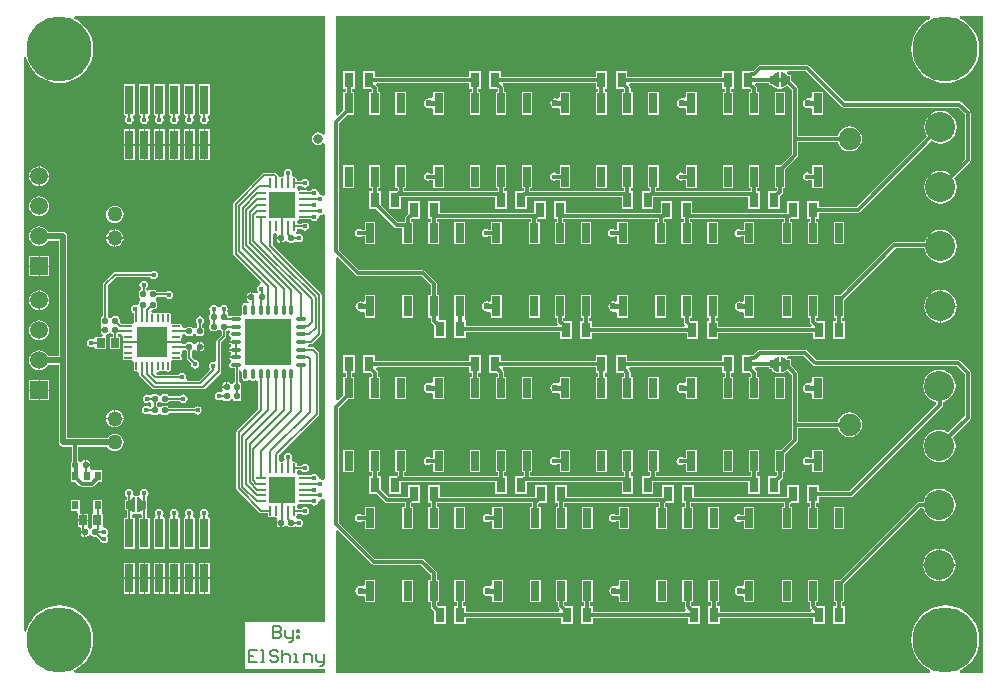
<source format=gtl>
G04*
G04 #@! TF.GenerationSoftware,Altium Limited,Altium Designer,20.0.9 (164)*
G04*
G04 Layer_Physical_Order=1*
G04 Layer_Color=255*
%FSLAX25Y25*%
%MOIN*%
G70*
G01*
G75*
%ADD10C,0.00787*%
%ADD14R,0.02500X0.02500*%
%ADD15O,0.03347X0.00984*%
%ADD16O,0.00984X0.03347*%
%ADD17R,0.09055X0.09055*%
%ADD18R,0.15472X0.15472*%
%ADD19O,0.03937X0.01181*%
%ADD20O,0.01181X0.03937*%
%ADD21R,0.03150X0.05118*%
%ADD22R,0.02756X0.06693*%
%ADD23R,0.09843X0.09843*%
%ADD24O,0.00787X0.02953*%
%ADD25O,0.02953X0.00787*%
G04:AMPARAMS|DCode=26|XSize=20.47mil|YSize=22.05mil|CornerRadius=5.12mil|HoleSize=0mil|Usage=FLASHONLY|Rotation=90.000|XOffset=0mil|YOffset=0mil|HoleType=Round|Shape=RoundedRectangle|*
%AMROUNDEDRECTD26*
21,1,0.02047,0.01181,0,0,90.0*
21,1,0.01024,0.02205,0,0,90.0*
1,1,0.01024,0.00591,0.00512*
1,1,0.01024,0.00591,-0.00512*
1,1,0.01024,-0.00591,-0.00512*
1,1,0.01024,-0.00591,0.00512*
%
%ADD26ROUNDEDRECTD26*%
G04:AMPARAMS|DCode=27|XSize=20.47mil|YSize=22.05mil|CornerRadius=5.12mil|HoleSize=0mil|Usage=FLASHONLY|Rotation=180.000|XOffset=0mil|YOffset=0mil|HoleType=Round|Shape=RoundedRectangle|*
%AMROUNDEDRECTD27*
21,1,0.02047,0.01181,0,0,180.0*
21,1,0.01024,0.02205,0,0,180.0*
1,1,0.01024,-0.00512,0.00591*
1,1,0.01024,0.00512,0.00591*
1,1,0.01024,0.00512,-0.00591*
1,1,0.01024,-0.00512,-0.00591*
%
%ADD27ROUNDEDRECTD27*%
%ADD28R,0.02992X0.09449*%
%ADD29R,0.02165X0.03150*%
%ADD30R,0.02835X0.03543*%
%ADD31R,0.02756X0.03347*%
%ADD61C,0.01181*%
%ADD62C,0.01968*%
%ADD63C,0.01575*%
%ADD64C,0.05000*%
%ADD65C,0.10000*%
%ADD66C,0.05906*%
%ADD67R,0.05906X0.05906*%
%ADD68C,0.07400*%
%ADD69C,0.01772*%
%ADD70C,0.21654*%
%ADD71C,0.03150*%
%ADD72C,0.02362*%
%ADD73C,0.01968*%
%ADD74C,0.02598*%
G36*
X438976Y448073D02*
X438189Y447834D01*
X438110Y447953D01*
X437424Y448411D01*
X436614Y448572D01*
X435805Y448411D01*
X435118Y447953D01*
X434660Y447266D01*
X434499Y446457D01*
X434660Y445647D01*
X435118Y444961D01*
X435805Y444502D01*
X436614Y444341D01*
X437424Y444502D01*
X438110Y444961D01*
X438189Y445079D01*
X438976Y444840D01*
Y427867D01*
X438885Y427789D01*
X438189Y427519D01*
X437942Y427683D01*
X437402Y427791D01*
X436846Y428346D01*
X436738Y428887D01*
X436432Y429346D01*
X435974Y429652D01*
X435433Y429759D01*
X434892Y429652D01*
X434434Y429346D01*
X434307Y429156D01*
X433465D01*
X433419Y429187D01*
X433071Y429256D01*
X430709D01*
X430420Y429199D01*
X430243Y429211D01*
X429814Y429299D01*
X429516Y430056D01*
X429812Y430785D01*
X431059D01*
X431186Y430595D01*
X431644Y430289D01*
X432185Y430182D01*
X432726Y430289D01*
X433184Y430595D01*
X433490Y431054D01*
X433598Y431595D01*
X433490Y432135D01*
X433184Y432594D01*
X432726Y432900D01*
X432185Y433007D01*
X431644Y432900D01*
X431186Y432594D01*
X431059Y432404D01*
X429551D01*
Y432776D01*
X429482Y433124D01*
X429285Y433419D01*
X428990Y433616D01*
X428642Y433685D01*
X428294Y433616D01*
X427965Y434292D01*
X427897Y434475D01*
X427979Y434597D01*
X428086Y435138D01*
X427979Y435678D01*
X427672Y436137D01*
X427214Y436443D01*
X426673Y436551D01*
X426132Y436443D01*
X425674Y436137D01*
X425368Y435678D01*
X425260Y435138D01*
X425368Y434597D01*
X425450Y434475D01*
X425382Y434292D01*
X425053Y433616D01*
X424705Y433685D01*
X424357Y433616D01*
X424269Y433557D01*
X423698Y433727D01*
X423622Y433766D01*
X423461Y433892D01*
X423420Y434100D01*
X423244Y434363D01*
X423244Y434363D01*
X422783Y434824D01*
X422520Y435000D01*
X422211Y435061D01*
X422211Y435061D01*
X418504D01*
X418504Y435061D01*
X418194Y435000D01*
X417932Y434824D01*
X417932Y434824D01*
X408543Y425436D01*
X408368Y425174D01*
X408307Y424864D01*
X408307Y424864D01*
Y408207D01*
X408307Y408207D01*
X408368Y407897D01*
X408543Y407635D01*
X417541Y398638D01*
X417282Y397783D01*
X417176Y397762D01*
X416717Y397456D01*
X416411Y396997D01*
X416304Y396457D01*
X416411Y395916D01*
X416511Y395766D01*
X416576Y395492D01*
X416382Y395133D01*
X415731Y394984D01*
X415559Y394962D01*
X415277Y395150D01*
X414921Y395221D01*
X414609D01*
Y393701D01*
X414409D01*
Y393501D01*
X412968D01*
Y393110D01*
X413039Y392755D01*
X413240Y392453D01*
X413324Y392397D01*
X413456Y391739D01*
X413292Y391653D01*
X413092Y391577D01*
X412788Y391779D01*
X412402Y391856D01*
X412015Y391779D01*
X411687Y391561D01*
X411469Y391233D01*
X411392Y390846D01*
Y388091D01*
X411403Y388035D01*
X411401Y388030D01*
X410788Y387418D01*
X410784Y387416D01*
X410728Y387427D01*
X407972D01*
X407586Y387350D01*
X407513Y387302D01*
X406717D01*
Y387598D01*
X406646Y387954D01*
X406445Y388256D01*
X406377Y389140D01*
X406387Y389169D01*
X406424Y389223D01*
X406531Y389764D01*
X406424Y390304D01*
X406117Y390763D01*
X405659Y391069D01*
X405118Y391177D01*
X404577Y391069D01*
X404119Y390763D01*
X403867Y390386D01*
X403460Y390339D01*
X403025Y390381D01*
X402776Y390753D01*
X402318Y391060D01*
X401777Y391167D01*
X401236Y391060D01*
X400778Y390753D01*
X400472Y390295D01*
X400364Y389754D01*
X400472Y389213D01*
X400535Y389118D01*
X400642Y388256D01*
X400440Y387954D01*
X400370Y387598D01*
Y386417D01*
X400440Y386062D01*
X400540Y385913D01*
X400642Y385760D01*
Y385106D01*
X400540Y384953D01*
X400440Y384805D01*
X400370Y384449D01*
Y383268D01*
X400440Y382912D01*
X400642Y382610D01*
X400943Y382409D01*
X401299Y382338D01*
X402323D01*
X402679Y382409D01*
X402980Y382610D01*
X403120Y382820D01*
X403543Y382870D01*
X403966Y382820D01*
X404106Y382610D01*
X404408Y382409D01*
X404466Y382397D01*
Y380962D01*
X402971Y379467D01*
X402796Y379204D01*
X402734Y378895D01*
X402734Y378894D01*
Y372705D01*
X402508Y372510D01*
X401947Y372205D01*
X401575Y372279D01*
X401034Y372171D01*
X400576Y371865D01*
X400269Y371407D01*
X400162Y370866D01*
X400269Y370325D01*
X400576Y369867D01*
X400266Y369127D01*
X396915Y365776D01*
X393182D01*
X392991Y365994D01*
X392679Y366564D01*
X392752Y366929D01*
X392644Y367470D01*
X392338Y367928D01*
X391879Y368234D01*
X391339Y368342D01*
X390798Y368234D01*
X390339Y367928D01*
X390213Y367738D01*
X383222D01*
X382703Y368517D01*
X382778Y368797D01*
X382994Y368911D01*
X383169Y368876D01*
X383169Y368876D01*
X383479Y368937D01*
X384055Y369058D01*
X384631Y368937D01*
X384941Y368876D01*
X384941Y368876D01*
X385047Y368897D01*
X385251Y368937D01*
X385303Y368973D01*
X385534Y369113D01*
X386120D01*
X386350Y368973D01*
X386403Y368937D01*
X386713Y368876D01*
X387022Y368937D01*
X387285Y369113D01*
X387460Y369375D01*
X387522Y369685D01*
Y371850D01*
X387479Y372063D01*
X387746Y372392D01*
X388074Y372658D01*
X388287Y372616D01*
X390453D01*
X390762Y372677D01*
X391025Y372853D01*
X391200Y373115D01*
X391262Y373425D01*
X391200Y373735D01*
X391165Y373788D01*
X391025Y374018D01*
Y374604D01*
X391165Y374834D01*
X391200Y374887D01*
X391262Y375197D01*
X391227Y375372D01*
X391494Y375881D01*
X391645Y376075D01*
X392438Y376057D01*
X392532Y375917D01*
X392833Y375716D01*
X392892Y375704D01*
Y373228D01*
X392892Y373228D01*
X392953Y372919D01*
X393129Y372656D01*
X394301Y371484D01*
X394256Y371260D01*
X394364Y370719D01*
X394670Y370261D01*
X395129Y369954D01*
X395669Y369847D01*
X396210Y369954D01*
X396668Y370261D01*
X396975Y370719D01*
X397082Y371260D01*
X396975Y371801D01*
X396668Y372259D01*
X396210Y372565D01*
X395669Y372673D01*
X395445Y372628D01*
X394510Y373564D01*
Y375704D01*
X394568Y375716D01*
X394870Y375917D01*
X395010Y376127D01*
X395433Y376177D01*
X395856Y376127D01*
X395996Y375917D01*
X396298Y375716D01*
X396654Y375645D01*
X396965D01*
Y377165D01*
Y378686D01*
X396654D01*
X396298Y378615D01*
X395996Y378413D01*
X395856Y378204D01*
X395433Y378154D01*
X395010Y378204D01*
X394870Y378413D01*
X394568Y378615D01*
X394213Y378686D01*
X393189D01*
X392833Y378615D01*
X392532Y378413D01*
X392361Y378157D01*
X392048Y378084D01*
X391763Y378057D01*
X391396Y378540D01*
X389370D01*
Y378940D01*
X391222D01*
X391200Y379050D01*
X391165Y379103D01*
X391025Y379333D01*
Y379919D01*
X391165Y380149D01*
X391200Y380202D01*
X391262Y380512D01*
X391247Y380589D01*
X391709Y381275D01*
X391868Y381291D01*
X392399Y381233D01*
X392532Y381035D01*
X392833Y380834D01*
X393189Y380763D01*
X394213D01*
X394568Y380834D01*
X394870Y381035D01*
X395010Y381245D01*
X395433Y381295D01*
X395856Y381245D01*
X395996Y381035D01*
X396298Y380834D01*
X396654Y380763D01*
X397677D01*
X398033Y380834D01*
X398335Y381035D01*
X398536Y381337D01*
X398607Y381693D01*
Y382874D01*
X398536Y383230D01*
X398335Y383531D01*
X398033Y383733D01*
X398014Y383737D01*
Y384675D01*
X398243Y384828D01*
X398550Y385286D01*
X398657Y385827D01*
X398550Y386368D01*
X398243Y386826D01*
X397785Y387132D01*
X397244Y387240D01*
X396703Y387132D01*
X396245Y386826D01*
X395939Y386368D01*
X395831Y385827D01*
X395939Y385286D01*
X396245Y384828D01*
X396395Y384727D01*
Y383752D01*
X396298Y383733D01*
X395996Y383531D01*
X395856Y383322D01*
X395433Y383272D01*
X395010Y383322D01*
X394870Y383531D01*
X394568Y383733D01*
X394213Y383804D01*
X393189D01*
X392833Y383733D01*
X392532Y383531D01*
X392399Y383333D01*
X391868Y383276D01*
X391709Y383292D01*
X391247Y383979D01*
X391262Y384055D01*
X391200Y384365D01*
X391025Y384627D01*
X390762Y384803D01*
X390453Y384864D01*
X388287D01*
X388074Y384822D01*
X387746Y385088D01*
X387479Y385417D01*
X387522Y385630D01*
Y387795D01*
X387460Y388105D01*
X387285Y388368D01*
X387022Y388543D01*
X386713Y388604D01*
X386403Y388543D01*
X386350Y388508D01*
X386120Y388368D01*
X385534D01*
X385303Y388508D01*
X385251Y388543D01*
X384941Y388604D01*
X384631Y388543D01*
X384578Y388508D01*
X384348Y388368D01*
X383762D01*
X383532Y388508D01*
X383479Y388543D01*
X383169Y388604D01*
X382860Y388543D01*
X382807Y388508D01*
X382720Y388455D01*
X382283Y388404D01*
X381847Y388455D01*
X381760Y388508D01*
X381707Y388543D01*
X381398Y388604D01*
X381223Y388570D01*
X381118Y388624D01*
X381044Y388984D01*
X381641Y389740D01*
X382087D01*
X382442Y389810D01*
X382744Y390012D01*
X382945Y390314D01*
X383016Y390669D01*
Y391693D01*
X382945Y392049D01*
X382744Y392350D01*
X382534Y392490D01*
X382485Y392913D01*
X382534Y393336D01*
X382744Y393477D01*
X382932Y393758D01*
X385829D01*
X386009Y393489D01*
X386467Y393183D01*
X387008Y393075D01*
X387549Y393183D01*
X388007Y393489D01*
X388313Y393948D01*
X388421Y394488D01*
X388313Y395029D01*
X388007Y395487D01*
X387549Y395794D01*
X387008Y395901D01*
X386467Y395794D01*
X386009Y395487D01*
X385934Y395376D01*
X382973D01*
X382945Y395513D01*
X382744Y395815D01*
X382442Y396016D01*
X382087Y396087D01*
X380906D01*
X380550Y396016D01*
X380451Y395950D01*
X380353Y395885D01*
X379595Y395815D01*
X379595Y395815D01*
X379394Y396519D01*
Y396726D01*
X379509Y396802D01*
X379816Y397261D01*
X379923Y397801D01*
X379816Y398342D01*
X379509Y398801D01*
X379051Y399107D01*
X378510Y399214D01*
X377969Y399107D01*
X377511Y398801D01*
X377205Y398342D01*
X377097Y397801D01*
X377205Y397261D01*
X377511Y396802D01*
X377449Y396360D01*
X377374Y395999D01*
X377098Y395815D01*
X376897Y395513D01*
X376826Y395158D01*
Y394134D01*
X376897Y393778D01*
X377098Y393477D01*
X377308Y393336D01*
X377358Y392913D01*
X377308Y392490D01*
X377098Y392350D01*
X376897Y392049D01*
X376826Y391693D01*
Y391552D01*
X376236Y391142D01*
X376039Y391088D01*
X375590Y391177D01*
X375050Y391069D01*
X374591Y390763D01*
X374285Y390304D01*
X374178Y389764D01*
X374285Y389223D01*
X374591Y388765D01*
X375050Y388458D01*
X375273Y388414D01*
Y385630D01*
X375316Y385417D01*
X375049Y385088D01*
X374721Y384822D01*
X374508Y384864D01*
X370961D01*
X370497Y385329D01*
Y386417D01*
X370426Y386773D01*
X370224Y387075D01*
X369923Y387276D01*
X369567Y387347D01*
X368543D01*
X368187Y387276D01*
X367886Y387075D01*
X367746Y386865D01*
X367323Y386816D01*
X366900Y386865D01*
X366760Y387075D01*
X366557Y387210D01*
Y397696D01*
X369233Y400372D01*
X380764D01*
X380891Y400182D01*
X381349Y399876D01*
X381890Y399768D01*
X382431Y399876D01*
X382889Y400182D01*
X383195Y400640D01*
X383303Y401181D01*
X383195Y401722D01*
X382889Y402180D01*
X382431Y402487D01*
X381890Y402594D01*
X381349Y402487D01*
X380891Y402180D01*
X380764Y401990D01*
X368898D01*
X368898Y401990D01*
X368588Y401929D01*
X368325Y401753D01*
X368325Y401753D01*
X365176Y398604D01*
X365000Y398341D01*
X364939Y398031D01*
X364939Y398031D01*
Y387319D01*
X364723Y387276D01*
X364421Y387075D01*
X364220Y386773D01*
X364149Y386417D01*
Y385236D01*
X364220Y384880D01*
X364286Y384781D01*
X364421Y384579D01*
Y383925D01*
X364286Y383722D01*
X364220Y383624D01*
X364149Y383268D01*
Y382877D01*
X365591D01*
Y382477D01*
X364149D01*
Y382087D01*
X364220Y381731D01*
X364421Y381429D01*
X364723Y381228D01*
X364827Y381207D01*
X364749Y380420D01*
X362395D01*
Y380044D01*
X361608Y379623D01*
X361564Y379652D01*
X361024Y379759D01*
X360483Y379652D01*
X360024Y379346D01*
X359718Y378887D01*
X359611Y378346D01*
X359718Y377806D01*
X360024Y377347D01*
X360483Y377041D01*
X361024Y376934D01*
X361564Y377041D01*
X361608Y377070D01*
X362395Y376649D01*
Y376273D01*
X365951D01*
Y380369D01*
X365951Y380420D01*
X366072Y381157D01*
X366102D01*
X366458Y381228D01*
X366760Y381429D01*
X366900Y381639D01*
X367323Y381688D01*
X367746Y381639D01*
X367886Y381429D01*
X368187Y381228D01*
X368246Y381216D01*
Y380420D01*
X367120D01*
Y376273D01*
X370676D01*
Y380420D01*
X369864D01*
Y381216D01*
X369923Y381228D01*
X370224Y381429D01*
X370254Y381474D01*
X371084D01*
X371302Y381196D01*
X371568Y380687D01*
X371533Y380512D01*
X371533Y380512D01*
X371595Y380202D01*
X371716Y379626D01*
X371595Y379050D01*
X371573Y378940D01*
X373425D01*
Y378540D01*
X371573D01*
X371595Y378431D01*
X371630Y378378D01*
X371683Y378291D01*
X371734Y377854D01*
X371683Y377418D01*
X371630Y377331D01*
X371595Y377278D01*
X371533Y376969D01*
X371595Y376659D01*
X371630Y376606D01*
X371770Y376376D01*
Y375790D01*
X371630Y375559D01*
X371595Y375506D01*
X371533Y375197D01*
X371595Y374887D01*
X371630Y374834D01*
X371770Y374604D01*
Y374018D01*
X371630Y373788D01*
X371595Y373735D01*
X371533Y373425D01*
X371595Y373115D01*
X371770Y372853D01*
X372033Y372678D01*
X372342Y372616D01*
X374508D01*
X374721Y372658D01*
X375049Y372392D01*
X375316Y372063D01*
X375273Y371850D01*
Y369685D01*
X375335Y369375D01*
X375510Y369113D01*
X375773Y368937D01*
X376083Y368876D01*
X376258Y368911D01*
X376767Y368644D01*
X377045Y368426D01*
Y367815D01*
X377045Y367815D01*
X377107Y367505D01*
X377282Y367243D01*
X381317Y363207D01*
X381317Y363207D01*
X381580Y363032D01*
X381890Y362970D01*
X398425D01*
X398425Y362970D01*
X398735Y363032D01*
X398997Y363207D01*
X404115Y368325D01*
X404291Y368588D01*
X404353Y368898D01*
X404353Y368898D01*
Y378559D01*
X405848Y380055D01*
X405848Y380055D01*
X406023Y380317D01*
X406085Y380627D01*
Y382397D01*
X406143Y382409D01*
X406445Y382610D01*
X407105Y382510D01*
X407157Y382382D01*
X407258Y382013D01*
X407039Y381686D01*
X406962Y381299D01*
X407039Y380913D01*
X407258Y380585D01*
X407459Y380451D01*
X407529Y380020D01*
X407459Y379589D01*
X407258Y379454D01*
X407039Y379127D01*
X407002Y378940D01*
X409350D01*
Y378540D01*
X407002D01*
X407039Y378354D01*
X407258Y378026D01*
X407459Y377892D01*
X407529Y377461D01*
X407459Y377029D01*
X407258Y376895D01*
X407039Y376568D01*
X407002Y376381D01*
X409350D01*
Y375981D01*
X407002D01*
X407039Y375795D01*
X407258Y375467D01*
X407459Y375333D01*
X407529Y374902D01*
X407459Y374470D01*
X407258Y374336D01*
X407039Y374008D01*
X407002Y373822D01*
X409350D01*
Y373422D01*
X407002D01*
X407039Y373236D01*
X407258Y372908D01*
X407459Y372774D01*
X407529Y372342D01*
X407459Y371911D01*
X407258Y371777D01*
X407039Y371449D01*
X406962Y371063D01*
X407039Y370676D01*
X407258Y370349D01*
X407586Y370130D01*
X407972Y370053D01*
X408797D01*
Y365241D01*
X408739Y365229D01*
X408437Y365027D01*
X408297Y364818D01*
X407874Y364768D01*
X407451Y364818D01*
X407311Y365027D01*
X407009Y365229D01*
X406653Y365300D01*
X406342D01*
Y363779D01*
X406142D01*
Y363580D01*
X404700D01*
Y363189D01*
X404771Y362833D01*
X404837Y362734D01*
X404879Y362671D01*
X404779Y362381D01*
X404185Y361921D01*
X404099Y361926D01*
X404084Y361935D01*
X403543Y362043D01*
X403003Y361935D01*
X402544Y361629D01*
X402238Y361171D01*
X402130Y360630D01*
X402238Y360089D01*
X402544Y359631D01*
X403003Y359325D01*
X403543Y359217D01*
X404084Y359325D01*
X404099Y359334D01*
X404973Y359382D01*
X405274Y359180D01*
X405630Y359110D01*
X406653D01*
X407009Y359180D01*
X407311Y359382D01*
X407451Y359592D01*
X407874Y359641D01*
X408297Y359592D01*
X408437Y359382D01*
X408739Y359180D01*
X409094Y359110D01*
X410118D01*
X410474Y359180D01*
X410776Y359382D01*
X410977Y359684D01*
X411048Y360039D01*
Y361221D01*
X410977Y361576D01*
X410878Y361725D01*
X410776Y361878D01*
Y362531D01*
X410878Y362684D01*
X410977Y362833D01*
X411048Y363189D01*
Y364370D01*
X410977Y364726D01*
X410776Y365027D01*
X410474Y365229D01*
X410416Y365241D01*
Y369322D01*
X410609Y369402D01*
X411392Y368874D01*
Y366634D01*
X411469Y366247D01*
X411687Y365920D01*
X412015Y365701D01*
X412402Y365624D01*
X412788Y365701D01*
X413116Y365920D01*
X413250Y366121D01*
X413681Y366191D01*
X414112Y366121D01*
X414247Y365920D01*
X414574Y365701D01*
X414961Y365624D01*
X415347Y365701D01*
X415675Y365920D01*
X416483Y365783D01*
X416710Y365626D01*
Y356339D01*
X409639Y349268D01*
X409463Y349005D01*
X409402Y348695D01*
X409402Y348695D01*
Y329900D01*
X409402Y329900D01*
X409463Y329590D01*
X409639Y329327D01*
X417098Y321869D01*
X417360Y321693D01*
X417670Y321632D01*
X419858D01*
Y321161D01*
X419927Y320813D01*
X420124Y320518D01*
X420420Y320321D01*
X420768Y320252D01*
X421116Y320321D01*
X421236Y320401D01*
X421423Y320518D01*
X422081D01*
X422268Y320401D01*
X422388Y320321D01*
X422565Y320286D01*
X422577Y320274D01*
X422843Y319759D01*
X422902Y319482D01*
X422881Y319450D01*
X422811Y319094D01*
Y318704D01*
X424252D01*
Y318504D01*
X424452D01*
Y316984D01*
X424764D01*
X425119Y317055D01*
X425421Y317256D01*
X425561Y317466D01*
X425984Y317515D01*
X426407Y317466D01*
X426547Y317256D01*
X426849Y317055D01*
X427205Y316984D01*
X428228D01*
X428584Y317055D01*
X428886Y317256D01*
X429760Y317208D01*
X429774Y317198D01*
X430315Y317091D01*
X430856Y317198D01*
X431314Y317505D01*
X431620Y317963D01*
X431728Y318504D01*
X431620Y319045D01*
X431314Y319503D01*
X430856Y319809D01*
X430315Y319917D01*
X429774Y319809D01*
X429746Y319816D01*
X429384Y320270D01*
X429315Y320564D01*
X429482Y320813D01*
X429551Y321161D01*
Y321533D01*
X431059D01*
X431186Y321343D01*
X431644Y321037D01*
X432185Y320930D01*
X432726Y321037D01*
X433184Y321343D01*
X433490Y321802D01*
X433598Y322342D01*
X433490Y322883D01*
X433184Y323342D01*
X432726Y323648D01*
X432185Y323756D01*
X431644Y323648D01*
X431186Y323342D01*
X431059Y323152D01*
X429812D01*
X429516Y323882D01*
X429814Y324638D01*
X430243Y324726D01*
X430420Y324738D01*
X430709Y324681D01*
X433071D01*
X433419Y324750D01*
X433465Y324781D01*
X434307D01*
X434434Y324591D01*
X434892Y324285D01*
X435433Y324178D01*
X435974Y324285D01*
X436432Y324591D01*
X436738Y325050D01*
X436846Y325590D01*
X437402Y326146D01*
X437942Y326254D01*
X438189Y326418D01*
X438885Y326148D01*
X438976Y326070D01*
X438976Y285226D01*
X412334D01*
Y269679D01*
X438976D01*
Y268519D01*
X355473D01*
X355317Y269307D01*
X355552Y269404D01*
X357072Y270336D01*
X358428Y271494D01*
X359586Y272849D01*
X360517Y274369D01*
X361199Y276017D01*
X361616Y277750D01*
X361755Y279528D01*
X361616Y281305D01*
X361199Y283038D01*
X360517Y284686D01*
X359586Y286206D01*
X358428Y287562D01*
X357072Y288719D01*
X355552Y289651D01*
X353905Y290333D01*
X352171Y290750D01*
X350394Y290889D01*
X348616Y290750D01*
X346883Y290333D01*
X345236Y289651D01*
X343715Y288719D01*
X342360Y287562D01*
X341202Y286206D01*
X340270Y284686D01*
X339588Y283038D01*
X339386Y282195D01*
X338598Y282288D01*
X338598Y473618D01*
X339385Y473711D01*
X339588Y472867D01*
X340270Y471220D01*
X341202Y469700D01*
X342360Y468344D01*
X343715Y467186D01*
X345236Y466255D01*
X346883Y465572D01*
X348616Y465156D01*
X350394Y465016D01*
X352171Y465156D01*
X353905Y465572D01*
X355552Y466255D01*
X357072Y467186D01*
X358428Y468344D01*
X359586Y469700D01*
X360517Y471220D01*
X361199Y472867D01*
X361616Y474601D01*
X361755Y476378D01*
X361616Y478155D01*
X361199Y479889D01*
X360517Y481536D01*
X359586Y483056D01*
X358428Y484412D01*
X357072Y485570D01*
X355552Y486501D01*
X355317Y486599D01*
X355473Y487386D01*
X438976D01*
X438976Y448073D01*
D02*
G37*
G36*
X438885Y421030D02*
X438976Y420952D01*
X438976Y332985D01*
X438885Y332907D01*
X438189Y332637D01*
X437942Y332802D01*
X437402Y332909D01*
X436846Y333465D01*
X436738Y334005D01*
X436432Y334464D01*
X435974Y334770D01*
X435433Y334878D01*
X434892Y334770D01*
X434434Y334464D01*
X434307Y334274D01*
X433465D01*
X433419Y334305D01*
X433071Y334374D01*
X430709D01*
X430420Y334317D01*
X430243Y334329D01*
X429814Y334418D01*
X429516Y335174D01*
X429812Y335903D01*
X431059D01*
X431186Y335714D01*
X431644Y335407D01*
X432185Y335300D01*
X432726Y335407D01*
X433184Y335714D01*
X433490Y336172D01*
X433598Y336713D01*
X433490Y337253D01*
X433184Y337712D01*
X432726Y338018D01*
X432185Y338126D01*
X431644Y338018D01*
X431186Y337712D01*
X431059Y337522D01*
X429551D01*
Y337894D01*
X429482Y338242D01*
X429285Y338537D01*
X428990Y338734D01*
X428642Y338803D01*
X428294Y338734D01*
X427965Y339410D01*
X427897Y339593D01*
X427979Y339715D01*
X428086Y340256D01*
X427979Y340797D01*
X427672Y341255D01*
X427214Y341561D01*
X426673Y341669D01*
X426132Y341561D01*
X425674Y341255D01*
X425368Y340797D01*
X425260Y340256D01*
X425368Y339715D01*
X425450Y339593D01*
X425382Y339410D01*
X425053Y338734D01*
X424705Y338803D01*
X424357Y338734D01*
X424333Y338718D01*
X423546Y339074D01*
Y340905D01*
X436793Y354152D01*
X436968Y354415D01*
X437030Y354724D01*
X437030Y354724D01*
Y374803D01*
X437030Y374803D01*
X436968Y375113D01*
X436793Y375375D01*
X435415Y376753D01*
X435152Y376929D01*
X434842Y376990D01*
X434842Y376990D01*
X433481D01*
X433199Y377461D01*
X433481Y377931D01*
X434208D01*
X434208Y377931D01*
X434518Y377993D01*
X434781Y378168D01*
X437580Y380967D01*
X437755Y381230D01*
X437817Y381540D01*
Y394488D01*
X437755Y394798D01*
X437580Y395060D01*
X437580Y395060D01*
X421577Y411064D01*
Y414863D01*
X422364Y415219D01*
X422388Y415203D01*
X422565Y415168D01*
X422577Y415156D01*
X422843Y414641D01*
X422902Y414364D01*
X422881Y414332D01*
X422811Y413976D01*
Y413586D01*
X424252D01*
Y413386D01*
X424452D01*
Y411866D01*
X424764D01*
X425119Y411936D01*
X425421Y412138D01*
X425561Y412348D01*
X425984Y412397D01*
X426407Y412348D01*
X426547Y412138D01*
X426849Y411936D01*
X427205Y411866D01*
X428228D01*
X428584Y411936D01*
X428886Y412138D01*
X429760Y412090D01*
X429774Y412080D01*
X430315Y411973D01*
X430856Y412080D01*
X431314Y412387D01*
X431620Y412845D01*
X431728Y413386D01*
X431620Y413927D01*
X431314Y414385D01*
X430856Y414691D01*
X430315Y414799D01*
X429774Y414691D01*
X429746Y414698D01*
X429384Y415152D01*
X429315Y415446D01*
X429482Y415695D01*
X429551Y416043D01*
Y416415D01*
X431059D01*
X431186Y416225D01*
X431644Y415919D01*
X432185Y415811D01*
X432726Y415919D01*
X433184Y416225D01*
X433490Y416684D01*
X433598Y417224D01*
X433490Y417765D01*
X433184Y418223D01*
X432726Y418530D01*
X432185Y418637D01*
X431644Y418530D01*
X431186Y418223D01*
X431059Y418034D01*
X429812D01*
X429516Y418763D01*
X429814Y419519D01*
X430243Y419608D01*
X430420Y419620D01*
X430709Y419563D01*
X433071D01*
X433419Y419632D01*
X433465Y419663D01*
X434307D01*
X434434Y419473D01*
X434892Y419167D01*
X435433Y419060D01*
X435974Y419167D01*
X436432Y419473D01*
X436738Y419932D01*
X436846Y420472D01*
X437402Y421028D01*
X437942Y421136D01*
X438189Y421300D01*
X438885Y421030D01*
D02*
G37*
G36*
X658252Y268519D02*
X650749D01*
X650592Y269307D01*
X650827Y269404D01*
X652348Y270336D01*
X653703Y271494D01*
X654861Y272849D01*
X655793Y274369D01*
X656475Y276017D01*
X656891Y277750D01*
X657031Y279528D01*
X656891Y281305D01*
X656475Y283038D01*
X655793Y284686D01*
X654861Y286206D01*
X653703Y287562D01*
X652348Y288719D01*
X650827Y289651D01*
X649180Y290333D01*
X647447Y290750D01*
X645669Y290889D01*
X643892Y290750D01*
X642158Y290333D01*
X640511Y289651D01*
X638991Y288719D01*
X637635Y287562D01*
X636477Y286206D01*
X635546Y284686D01*
X634864Y283038D01*
X634447Y281305D01*
X634307Y279528D01*
X634447Y277750D01*
X634864Y276017D01*
X635546Y274369D01*
X636477Y272849D01*
X637635Y271494D01*
X638991Y270336D01*
X640511Y269404D01*
X640746Y269307D01*
X640590Y268519D01*
X442520D01*
X442520Y315653D01*
X443247Y315954D01*
X454404Y304798D01*
X454732Y304579D01*
X455118Y304502D01*
X470842D01*
X474187Y301156D01*
Y299416D01*
X473419D01*
Y291923D01*
X474187D01*
Y290551D01*
X474264Y290165D01*
X474483Y289837D01*
X475191Y289129D01*
Y284836D01*
X479140D01*
Y290754D01*
X476422D01*
X476207Y290969D01*
Y291923D01*
X476975D01*
Y299416D01*
X476207D01*
Y301575D01*
X476130Y301961D01*
X475911Y302289D01*
X471974Y306226D01*
X471646Y306445D01*
X471260Y306522D01*
X455536D01*
X443530Y318529D01*
Y356668D01*
X446501Y359639D01*
X448628D01*
Y367132D01*
X447860D01*
Y368301D01*
X448825D01*
Y374219D01*
X444876D01*
Y368301D01*
X445840D01*
Y367132D01*
X445072D01*
Y361068D01*
X443247Y359242D01*
X442520Y359544D01*
X442520Y406598D01*
X443247Y406899D01*
X449286Y400861D01*
X449614Y400642D01*
X450000Y400565D01*
X471235D01*
X474187Y397613D01*
Y394298D01*
X473419D01*
Y386805D01*
X474187D01*
Y385731D01*
X474264Y385345D01*
X474483Y385017D01*
X475175Y384325D01*
X475191Y384315D01*
Y380112D01*
X479140D01*
Y386030D01*
X477005D01*
X476975Y386805D01*
X476975D01*
Y394298D01*
X476207D01*
Y398031D01*
X476130Y398418D01*
X475911Y398746D01*
X472368Y402289D01*
X472040Y402508D01*
X471654Y402585D01*
X450418D01*
X443530Y409474D01*
Y451550D01*
X446501Y454521D01*
X448628D01*
Y462014D01*
X447860D01*
Y463183D01*
X448825D01*
Y469101D01*
X444876D01*
Y463183D01*
X445840D01*
Y462014D01*
X445072D01*
Y455950D01*
X443247Y454124D01*
X442520Y454426D01*
X442520Y487386D01*
X640590D01*
X640746Y486599D01*
X640511Y486501D01*
X638991Y485570D01*
X637635Y484412D01*
X636477Y483056D01*
X635546Y481536D01*
X634864Y479889D01*
X634447Y478155D01*
X634307Y476378D01*
X634447Y474601D01*
X634864Y472867D01*
X635546Y471220D01*
X636477Y469700D01*
X637635Y468344D01*
X638991Y467186D01*
X640511Y466255D01*
X642158Y465572D01*
X643892Y465156D01*
X645669Y465016D01*
X647447Y465156D01*
X649180Y465572D01*
X650827Y466255D01*
X652348Y467186D01*
X653703Y468344D01*
X654861Y469700D01*
X655793Y471220D01*
X656475Y472867D01*
X656891Y474601D01*
X657031Y476378D01*
X656891Y478155D01*
X656475Y479889D01*
X655793Y481536D01*
X654861Y483056D01*
X653703Y484412D01*
X652348Y485570D01*
X650827Y486501D01*
X650592Y486599D01*
X650749Y487386D01*
X658252D01*
Y268519D01*
D02*
G37*
%LPC*%
G36*
X400617Y464593D02*
X396824D01*
Y454344D01*
X397214D01*
X397252Y454303D01*
X397563Y453557D01*
X397415Y453336D01*
X397307Y452795D01*
X397415Y452255D01*
X397721Y451796D01*
X398180Y451490D01*
X398721Y451382D01*
X399261Y451490D01*
X399720Y451796D01*
X400026Y452255D01*
X400133Y452795D01*
X400026Y453336D01*
X399878Y453557D01*
X400189Y454303D01*
X400227Y454344D01*
X400617D01*
Y464593D01*
D02*
G37*
G36*
X395617D02*
X391824D01*
Y454344D01*
X392214D01*
X392252Y454303D01*
X392563Y453557D01*
X392415Y453336D01*
X392307Y452795D01*
X392415Y452255D01*
X392721Y451796D01*
X393180Y451490D01*
X393721Y451382D01*
X394261Y451490D01*
X394720Y451796D01*
X395026Y452255D01*
X395133Y452795D01*
X395026Y453336D01*
X394878Y453557D01*
X395189Y454303D01*
X395227Y454344D01*
X395617D01*
Y464593D01*
D02*
G37*
G36*
X390616D02*
X386824D01*
Y454344D01*
X387214D01*
X387252Y454303D01*
X387562Y453557D01*
X387415Y453336D01*
X387308Y452795D01*
X387415Y452255D01*
X387721Y451796D01*
X388180Y451490D01*
X388720Y451382D01*
X389261Y451490D01*
X389720Y451796D01*
X390026Y452255D01*
X390133Y452795D01*
X390026Y453336D01*
X389878Y453557D01*
X390189Y454303D01*
X390227Y454344D01*
X390616D01*
Y464593D01*
D02*
G37*
G36*
X385616D02*
X381824D01*
Y454344D01*
X382214D01*
X382252Y454303D01*
X382562Y453557D01*
X382415Y453336D01*
X382308Y452795D01*
X382415Y452255D01*
X382721Y451796D01*
X383180Y451490D01*
X383720Y451382D01*
X384261Y451490D01*
X384720Y451796D01*
X385026Y452255D01*
X385133Y452795D01*
X385026Y453336D01*
X384878Y453557D01*
X385189Y454303D01*
X385227Y454344D01*
X385616D01*
Y464593D01*
D02*
G37*
G36*
X380616D02*
X376824D01*
Y454344D01*
X377214D01*
X377252Y454303D01*
X377562Y453557D01*
X377415Y453336D01*
X377308Y452795D01*
X377415Y452255D01*
X377721Y451796D01*
X378180Y451490D01*
X378720Y451382D01*
X379261Y451490D01*
X379720Y451796D01*
X380026Y452255D01*
X380133Y452795D01*
X380026Y453336D01*
X379878Y453557D01*
X380189Y454303D01*
X380227Y454344D01*
X380616D01*
Y464593D01*
D02*
G37*
G36*
X375617D02*
X371824D01*
Y454344D01*
X372214D01*
X372252Y454303D01*
X372563Y453557D01*
X372415Y453336D01*
X372307Y452795D01*
X372415Y452255D01*
X372721Y451796D01*
X373180Y451490D01*
X373721Y451382D01*
X374261Y451490D01*
X374720Y451796D01*
X375026Y452255D01*
X375133Y452795D01*
X375026Y453336D01*
X374878Y453557D01*
X375189Y454303D01*
X375227Y454344D01*
X375617D01*
Y464593D01*
D02*
G37*
G36*
X400617Y449593D02*
X398920D01*
Y444668D01*
X400617D01*
Y449593D01*
D02*
G37*
G36*
X395617D02*
X393920D01*
Y444668D01*
X395617D01*
Y449593D01*
D02*
G37*
G36*
X390616D02*
X388920D01*
Y444668D01*
X390616D01*
Y449593D01*
D02*
G37*
G36*
X385616D02*
X383921D01*
Y444668D01*
X385616D01*
Y449593D01*
D02*
G37*
G36*
X380616D02*
X378921D01*
Y444668D01*
X380616D01*
Y449593D01*
D02*
G37*
G36*
X375617D02*
X373920D01*
Y444668D01*
X375617D01*
Y449593D01*
D02*
G37*
G36*
X398520D02*
X396824D01*
Y444668D01*
X398520D01*
Y449593D01*
D02*
G37*
G36*
X393520D02*
X391824D01*
Y444668D01*
X393520D01*
Y449593D01*
D02*
G37*
G36*
X388521D02*
X386824D01*
Y444668D01*
X388521D01*
Y449593D01*
D02*
G37*
G36*
X383521D02*
X381824D01*
Y444668D01*
X383521D01*
Y449593D01*
D02*
G37*
G36*
X378520D02*
X376824D01*
Y444668D01*
X378520D01*
Y449593D01*
D02*
G37*
G36*
X373520D02*
X371824D01*
Y444668D01*
X373520D01*
Y449593D01*
D02*
G37*
G36*
X400617Y444269D02*
X398920D01*
Y439344D01*
X400617D01*
Y444269D01*
D02*
G37*
G36*
X398520D02*
X396824D01*
Y439344D01*
X398520D01*
Y444269D01*
D02*
G37*
G36*
X395617D02*
X393920D01*
Y439344D01*
X395617D01*
Y444269D01*
D02*
G37*
G36*
X393520D02*
X391824D01*
Y439344D01*
X393520D01*
Y444269D01*
D02*
G37*
G36*
X390616D02*
X388920D01*
Y439344D01*
X390616D01*
Y444269D01*
D02*
G37*
G36*
X388521D02*
X386824D01*
Y439344D01*
X388521D01*
Y444269D01*
D02*
G37*
G36*
X385616D02*
X383921D01*
Y439344D01*
X385616D01*
Y444269D01*
D02*
G37*
G36*
X383521D02*
X381824D01*
Y439344D01*
X383521D01*
Y444269D01*
D02*
G37*
G36*
X380616D02*
X378921D01*
Y439344D01*
X380616D01*
Y444269D01*
D02*
G37*
G36*
X378520D02*
X376824D01*
Y439344D01*
X378520D01*
Y444269D01*
D02*
G37*
G36*
X375617D02*
X373920D01*
Y439344D01*
X375617D01*
Y444269D01*
D02*
G37*
G36*
X373520D02*
X371824D01*
Y439344D01*
X373520D01*
Y444269D01*
D02*
G37*
G36*
X343901Y437292D02*
Y434137D01*
X347056D01*
X346967Y434812D01*
X346629Y435628D01*
X346092Y436328D01*
X345392Y436866D01*
X344576Y437204D01*
X343901Y437292D01*
D02*
G37*
G36*
X343501D02*
X342826Y437204D01*
X342010Y436866D01*
X341310Y436328D01*
X340772Y435628D01*
X340434Y434812D01*
X340345Y434137D01*
X343501D01*
Y437292D01*
D02*
G37*
G36*
X347056Y433737D02*
X343901D01*
Y430582D01*
X344576Y430671D01*
X345392Y431008D01*
X346092Y431546D01*
X346629Y432246D01*
X346967Y433062D01*
X347056Y433737D01*
D02*
G37*
G36*
X343501D02*
X340345D01*
X340434Y433062D01*
X340772Y432246D01*
X341310Y431546D01*
X342010Y431008D01*
X342826Y430671D01*
X343501Y430582D01*
Y433737D01*
D02*
G37*
G36*
X343701Y427319D02*
X342826Y427204D01*
X342010Y426866D01*
X341310Y426328D01*
X340772Y425628D01*
X340434Y424812D01*
X340319Y423937D01*
X340434Y423062D01*
X340772Y422246D01*
X341310Y421546D01*
X342010Y421008D01*
X342826Y420671D01*
X343701Y420555D01*
X344576Y420671D01*
X345392Y421008D01*
X346092Y421546D01*
X346629Y422246D01*
X346967Y423062D01*
X347082Y423937D01*
X346967Y424812D01*
X346629Y425628D01*
X346092Y426328D01*
X345392Y426866D01*
X344576Y427204D01*
X343701Y427319D01*
D02*
G37*
G36*
X368898Y424185D02*
X368141Y424085D01*
X367435Y423793D01*
X366829Y423328D01*
X366365Y422722D01*
X366072Y422017D01*
X365973Y421260D01*
X366072Y420503D01*
X366365Y419797D01*
X366829Y419192D01*
X367435Y418727D01*
X368141Y418434D01*
X368898Y418335D01*
X369655Y418434D01*
X370360Y418727D01*
X370966Y419192D01*
X371431Y419797D01*
X371723Y420503D01*
X371823Y421260D01*
X371723Y422017D01*
X371431Y422722D01*
X370966Y423328D01*
X370360Y423793D01*
X369655Y424085D01*
X368898Y424185D01*
D02*
G37*
G36*
X369098Y416285D02*
Y413586D01*
X371796D01*
X371723Y414143D01*
X371431Y414848D01*
X370966Y415454D01*
X370360Y415919D01*
X369655Y416211D01*
X369098Y416285D01*
D02*
G37*
G36*
X368698D02*
X368141Y416211D01*
X367435Y415919D01*
X366829Y415454D01*
X366365Y414848D01*
X366072Y414143D01*
X365999Y413586D01*
X368698D01*
Y416285D01*
D02*
G37*
G36*
X371796Y413186D02*
X369098D01*
Y410487D01*
X369655Y410561D01*
X370360Y410853D01*
X370966Y411317D01*
X371431Y411923D01*
X371723Y412629D01*
X371796Y413186D01*
D02*
G37*
G36*
X368698D02*
X365999D01*
X366072Y412629D01*
X366365Y411923D01*
X366829Y411317D01*
X367435Y410853D01*
X368141Y410561D01*
X368698Y410487D01*
Y413186D01*
D02*
G37*
G36*
X347054Y407290D02*
X343901D01*
Y404137D01*
X347054D01*
Y407290D01*
D02*
G37*
G36*
X343501D02*
X340348D01*
Y404137D01*
X343501D01*
Y407290D01*
D02*
G37*
G36*
X347054Y403737D02*
X343901D01*
Y400584D01*
X347054D01*
Y403737D01*
D02*
G37*
G36*
X343501D02*
X340348D01*
Y400584D01*
X343501D01*
Y403737D01*
D02*
G37*
G36*
X414209Y395221D02*
X413898D01*
X413542Y395150D01*
X413240Y394949D01*
X413039Y394647D01*
X412968Y394291D01*
Y393901D01*
X414209D01*
Y395221D01*
D02*
G37*
G36*
X343901Y395954D02*
Y392798D01*
X347056D01*
X346967Y393474D01*
X346629Y394289D01*
X346092Y394990D01*
X345392Y395527D01*
X344576Y395865D01*
X343901Y395954D01*
D02*
G37*
G36*
X343501D02*
X342826Y395865D01*
X342010Y395527D01*
X341310Y394990D01*
X340772Y394289D01*
X340434Y393474D01*
X340345Y392798D01*
X343501D01*
Y395954D01*
D02*
G37*
G36*
X347056Y392398D02*
X343901D01*
Y389243D01*
X344576Y389332D01*
X345392Y389670D01*
X346092Y390207D01*
X346629Y390908D01*
X346967Y391723D01*
X347056Y392398D01*
D02*
G37*
G36*
X343501D02*
X340345D01*
X340434Y391723D01*
X340772Y390908D01*
X341310Y390207D01*
X342010Y389670D01*
X342826Y389332D01*
X343501Y389243D01*
Y392398D01*
D02*
G37*
G36*
X343701Y385980D02*
X342826Y385865D01*
X342010Y385527D01*
X341310Y384990D01*
X340772Y384289D01*
X340434Y383474D01*
X340319Y382598D01*
X340434Y381723D01*
X340772Y380908D01*
X341310Y380207D01*
X342010Y379670D01*
X342826Y379332D01*
X343701Y379217D01*
X344576Y379332D01*
X345392Y379670D01*
X346092Y380207D01*
X346629Y380908D01*
X346967Y381723D01*
X347082Y382598D01*
X346967Y383474D01*
X346629Y384289D01*
X346092Y384990D01*
X345392Y385527D01*
X344576Y385865D01*
X343701Y385980D01*
D02*
G37*
G36*
X397677Y378686D02*
X397365D01*
Y377365D01*
X398607D01*
Y377756D01*
X398536Y378112D01*
X398335Y378413D01*
X398033Y378615D01*
X397677Y378686D01*
D02*
G37*
G36*
X398607Y376965D02*
X397365D01*
Y375645D01*
X397677D01*
X398033Y375716D01*
X398335Y375917D01*
X398536Y376219D01*
X398607Y376575D01*
Y376965D01*
D02*
G37*
G36*
X343701Y417319D02*
X342826Y417204D01*
X342010Y416866D01*
X341310Y416328D01*
X340772Y415628D01*
X340434Y414812D01*
X340319Y413937D01*
X340434Y413062D01*
X340772Y412246D01*
X341310Y411546D01*
X342010Y411008D01*
X342826Y410671D01*
X343701Y410555D01*
X344576Y410671D01*
X345392Y411008D01*
X346092Y411546D01*
X346629Y412246D01*
X346745Y412526D01*
X350163D01*
Y374010D01*
X346745D01*
X346629Y374289D01*
X346092Y374990D01*
X345392Y375527D01*
X344576Y375865D01*
X343701Y375980D01*
X342826Y375865D01*
X342010Y375527D01*
X341310Y374990D01*
X340772Y374289D01*
X340434Y373474D01*
X340319Y372598D01*
X340434Y371723D01*
X340772Y370908D01*
X341310Y370207D01*
X342010Y369670D01*
X342826Y369332D01*
X343701Y369217D01*
X344576Y369332D01*
X345392Y369670D01*
X346092Y370207D01*
X346629Y370908D01*
X346745Y371187D01*
X350163D01*
Y345276D01*
X350271Y344736D01*
X350577Y344278D01*
X351035Y343972D01*
X351575Y343864D01*
X354738D01*
Y339150D01*
X354579Y339043D01*
X354377Y338742D01*
X354307Y338386D01*
Y337205D01*
X354377Y336849D01*
X354398Y336817D01*
X354226Y336030D01*
X354226D01*
Y332080D01*
X355763D01*
X357068Y330776D01*
X357395Y330557D01*
X357782Y330480D01*
X361116D01*
X361502Y330557D01*
X361830Y330776D01*
X363135Y332080D01*
X364672D01*
Y336030D01*
X361719D01*
X361706Y336030D01*
Y336030D01*
X360931Y336030D01*
X360620Y336688D01*
X360562Y336817D01*
X360583Y336849D01*
X360654Y337205D01*
Y337595D01*
X359213D01*
Y337795D01*
X359013D01*
Y339316D01*
X358701D01*
X358345Y339245D01*
X358043Y339043D01*
X357903Y338833D01*
X357480Y338784D01*
X357057Y338833D01*
X356917Y339043D01*
X356758Y339150D01*
Y343864D01*
X366343D01*
X366365Y343813D01*
X366829Y343207D01*
X367435Y342742D01*
X368141Y342450D01*
X368898Y342351D01*
X369655Y342450D01*
X370360Y342742D01*
X370966Y343207D01*
X371431Y343813D01*
X371723Y344518D01*
X371823Y345276D01*
X371723Y346033D01*
X371431Y346738D01*
X370966Y347344D01*
X370360Y347809D01*
X369655Y348101D01*
X368898Y348201D01*
X368141Y348101D01*
X367435Y347809D01*
X366829Y347344D01*
X366365Y346738D01*
X366343Y346687D01*
X355748D01*
X355630Y346663D01*
X355512Y346687D01*
X352986D01*
Y372598D01*
Y413937D01*
X352879Y414477D01*
X352573Y414935D01*
X352115Y415241D01*
X351575Y415348D01*
X346745D01*
X346629Y415628D01*
X346092Y416328D01*
X345392Y416866D01*
X344576Y417204D01*
X343701Y417319D01*
D02*
G37*
G36*
X405942Y365300D02*
X405630D01*
X405274Y365229D01*
X404973Y365027D01*
X404771Y364726D01*
X404700Y364370D01*
Y363980D01*
X405942D01*
Y365300D01*
D02*
G37*
G36*
X347054Y365951D02*
X343901D01*
Y362798D01*
X347054D01*
Y365951D01*
D02*
G37*
G36*
X343501D02*
X340348D01*
Y362798D01*
X343501D01*
Y365951D01*
D02*
G37*
G36*
X386102Y361363D02*
X385079D01*
X384723Y361292D01*
X384421Y361090D01*
X384281Y360881D01*
X383858Y360831D01*
X383435Y360881D01*
X383295Y361090D01*
X382994Y361292D01*
X382638Y361363D01*
X381614D01*
X381258Y361292D01*
X380957Y361090D01*
X380083Y361138D01*
X380068Y361148D01*
X379528Y361256D01*
X378987Y361148D01*
X378528Y360842D01*
X378222Y360383D01*
X378115Y359842D01*
X378222Y359302D01*
X378528Y358843D01*
X378987Y358537D01*
X379528Y358430D01*
X380068Y358537D01*
X380083Y358547D01*
X380610Y358576D01*
X380819Y358393D01*
X380808Y357364D01*
X380602Y357192D01*
X380101Y357247D01*
X379923Y357366D01*
X379382Y357474D01*
X378841Y357366D01*
X378383Y357060D01*
X378077Y356602D01*
X377969Y356061D01*
X378077Y355520D01*
X378383Y355062D01*
X378841Y354755D01*
X379382Y354648D01*
X379923Y354755D01*
X379988Y354799D01*
X380097Y354822D01*
X380957Y354658D01*
X381258Y354456D01*
X381614Y354385D01*
X382638D01*
X382994Y354456D01*
X383295Y354658D01*
X383435Y354867D01*
X383858Y354917D01*
X384281Y354867D01*
X384421Y354658D01*
X384723Y354456D01*
X385079Y354385D01*
X386102D01*
X386458Y354456D01*
X386760Y354658D01*
X386961Y354959D01*
X386988Y355096D01*
X395331D01*
X395458Y354906D01*
X395916Y354600D01*
X396457Y354492D01*
X396997Y354600D01*
X397456Y354906D01*
X397762Y355365D01*
X397870Y355906D01*
X397762Y356446D01*
X397456Y356905D01*
X396997Y357211D01*
X396457Y357318D01*
X395916Y357211D01*
X395458Y356905D01*
X395331Y356715D01*
X386988D01*
X386961Y356852D01*
X386760Y357153D01*
X386458Y357355D01*
X386102Y357426D01*
X385079D01*
X384723Y357355D01*
X384421Y357153D01*
X384281Y356944D01*
X383858Y356894D01*
X383435Y356944D01*
X383295Y357153D01*
X382994Y357355D01*
X382935Y357367D01*
Y358382D01*
X382994Y358393D01*
X383295Y358595D01*
X383435Y358804D01*
X383858Y358854D01*
X384281Y358804D01*
X384421Y358595D01*
X384723Y358393D01*
X385079Y358322D01*
X386102D01*
X386458Y358393D01*
X386760Y358595D01*
X386961Y358896D01*
X386988Y359033D01*
X390606D01*
X390733Y358843D01*
X391192Y358537D01*
X391732Y358430D01*
X392273Y358537D01*
X392731Y358843D01*
X393038Y359302D01*
X393145Y359842D01*
X393038Y360383D01*
X392731Y360842D01*
X392273Y361148D01*
X391732Y361256D01*
X391192Y361148D01*
X390733Y360842D01*
X390606Y360652D01*
X386988D01*
X386961Y360789D01*
X386760Y361090D01*
X386458Y361292D01*
X386102Y361363D01*
D02*
G37*
G36*
X347054Y362398D02*
X343901D01*
Y359246D01*
X347054D01*
Y362398D01*
D02*
G37*
G36*
X343501D02*
X340348D01*
Y359246D01*
X343501D01*
Y362398D01*
D02*
G37*
G36*
X369098Y356048D02*
Y353350D01*
X371796D01*
X371723Y353907D01*
X371431Y354612D01*
X370966Y355218D01*
X370360Y355683D01*
X369655Y355975D01*
X369098Y356048D01*
D02*
G37*
G36*
X368698D02*
X368141Y355975D01*
X367435Y355683D01*
X366829Y355218D01*
X366365Y354612D01*
X366072Y353907D01*
X365999Y353350D01*
X368698D01*
Y356048D01*
D02*
G37*
G36*
X371796Y352950D02*
X369098D01*
Y350251D01*
X369655Y350324D01*
X370360Y350617D01*
X370966Y351081D01*
X371431Y351687D01*
X371723Y352393D01*
X371796Y352950D01*
D02*
G37*
G36*
X368698D02*
X365999D01*
X366072Y352393D01*
X366365Y351687D01*
X366829Y351081D01*
X367435Y350617D01*
X368141Y350324D01*
X368698Y350251D01*
Y352950D01*
D02*
G37*
G36*
X359724Y339316D02*
X359413D01*
Y337995D01*
X360654D01*
Y338386D01*
X360583Y338742D01*
X360382Y339043D01*
X360080Y339245D01*
X359724Y339316D01*
D02*
G37*
G36*
X378740Y329740D02*
X378199Y329632D01*
X377741Y329326D01*
X377435Y328868D01*
X377327Y328327D01*
X377401Y327953D01*
X377027Y327474D01*
X376812Y327309D01*
X376732Y327342D01*
X376235D01*
X375984Y327238D01*
X375733Y327342D01*
X375578D01*
X375423Y327448D01*
X375022Y327961D01*
X374984Y328070D01*
X375035Y328327D01*
X374927Y328868D01*
X374621Y329326D01*
X374163Y329632D01*
X373622Y329740D01*
X373081Y329632D01*
X372623Y329326D01*
X372317Y328868D01*
X372209Y328327D01*
X372317Y327786D01*
X372623Y327328D01*
X372813Y327201D01*
Y326060D01*
X372334D01*
Y322760D01*
X372911D01*
Y320105D01*
X371824D01*
Y309856D01*
X375617D01*
Y320105D01*
X374530D01*
Y321107D01*
X375236Y321477D01*
X375733D01*
X375984Y321581D01*
X376235Y321477D01*
X376732D01*
X376812Y321510D01*
X376898D01*
X377124Y321603D01*
X377911Y321077D01*
Y320105D01*
X376824D01*
Y309856D01*
X380616D01*
Y320105D01*
X379530D01*
Y322760D01*
X379634D01*
Y326060D01*
X379549D01*
Y327201D01*
X379739Y327328D01*
X380046Y327786D01*
X380153Y328327D01*
X380046Y328868D01*
X379739Y329326D01*
X379281Y329632D01*
X378740Y329740D01*
D02*
G37*
G36*
X364672Y326187D02*
X361706D01*
Y322238D01*
X361706D01*
X361676Y321463D01*
X361175D01*
Y317120D01*
X361175D01*
X361049Y316392D01*
X360630Y316343D01*
X360211Y316392D01*
X360085Y317120D01*
X360085Y317465D01*
Y319091D01*
X358268D01*
X356450D01*
Y317120D01*
X357193D01*
X357548Y316332D01*
X357527Y316301D01*
X357456Y315945D01*
Y315554D01*
X358898D01*
Y315354D01*
X359098D01*
Y313834D01*
X359409D01*
X359765Y313905D01*
X360067Y314106D01*
X360207Y314316D01*
X360630Y314366D01*
X361053Y314316D01*
X361193Y314106D01*
X361495Y313905D01*
X361850Y313834D01*
X362659D01*
X363885Y312608D01*
X363885Y312608D01*
X364038Y312506D01*
X364049Y312451D01*
X364355Y311993D01*
X364814Y311687D01*
X365354Y311579D01*
X365895Y311687D01*
X366354Y311993D01*
X366660Y312451D01*
X366767Y312992D01*
X366660Y313533D01*
X366354Y313991D01*
Y314355D01*
X366660Y314814D01*
X366767Y315354D01*
X366660Y315895D01*
X366354Y316354D01*
X365895Y316660D01*
X365443Y316750D01*
X365305Y316831D01*
X364809Y317462D01*
Y321463D01*
X364702D01*
X364672Y322238D01*
X364672D01*
Y326187D01*
D02*
G37*
G36*
X358468Y321463D02*
Y319491D01*
X360085D01*
Y321463D01*
X358468D01*
D02*
G37*
G36*
X357191Y326187D02*
X354226D01*
Y322238D01*
X356404D01*
X356420Y322238D01*
X356423Y322172D01*
X356450Y321398D01*
X356450D01*
X356450Y321398D01*
Y319491D01*
X358068D01*
Y321463D01*
X357238D01*
X357222Y321463D01*
X357219Y321529D01*
X357191Y322302D01*
X357191D01*
X357191Y322302D01*
Y326187D01*
D02*
G37*
G36*
X424052Y318304D02*
X422811D01*
Y317913D01*
X422881Y317558D01*
X423083Y317256D01*
X423384Y317055D01*
X423740Y316984D01*
X424052D01*
Y318304D01*
D02*
G37*
G36*
X358698Y315154D02*
X357456D01*
Y314764D01*
X357527Y314408D01*
X357729Y314106D01*
X358030Y313905D01*
X358386Y313834D01*
X358698D01*
Y315154D01*
D02*
G37*
G36*
X398721Y323066D02*
X398180Y322959D01*
X397721Y322653D01*
X397415Y322194D01*
X397307Y321654D01*
X397415Y321113D01*
X397563Y320892D01*
X397252Y320146D01*
X397214Y320105D01*
X396824D01*
Y309856D01*
X400617D01*
Y320105D01*
X400227D01*
X400189Y320146D01*
X399878Y320892D01*
X400026Y321113D01*
X400133Y321654D01*
X400026Y322194D01*
X399720Y322653D01*
X399261Y322959D01*
X398721Y323066D01*
D02*
G37*
G36*
X393721Y323066D02*
X393180Y322959D01*
X392721Y322653D01*
X392415Y322194D01*
X392307Y321654D01*
X392415Y321113D01*
X392563Y320892D01*
X392252Y320146D01*
X392214Y320105D01*
X391824D01*
Y309856D01*
X395617D01*
Y320105D01*
X395227D01*
X395189Y320146D01*
X394878Y320892D01*
X395026Y321113D01*
X395133Y321654D01*
X395026Y322194D01*
X394720Y322653D01*
X394261Y322959D01*
X393721Y323066D01*
D02*
G37*
G36*
X388720D02*
X388180Y322959D01*
X387721Y322653D01*
X387415Y322194D01*
X387308Y321654D01*
X387415Y321113D01*
X387562Y320892D01*
X387252Y320146D01*
X387214Y320105D01*
X386824D01*
Y309856D01*
X390616D01*
Y320105D01*
X390227D01*
X390189Y320146D01*
X389878Y320892D01*
X390026Y321113D01*
X390133Y321654D01*
X390026Y322194D01*
X389720Y322653D01*
X389261Y322959D01*
X388720Y323066D01*
D02*
G37*
G36*
X383720D02*
X383180Y322959D01*
X382721Y322653D01*
X382415Y322194D01*
X382308Y321654D01*
X382415Y321113D01*
X382562Y320892D01*
X382252Y320146D01*
X382214Y320105D01*
X381824D01*
Y309856D01*
X385616D01*
Y320105D01*
X385227D01*
X385189Y320146D01*
X384878Y320892D01*
X385026Y321113D01*
X385133Y321654D01*
X385026Y322194D01*
X384720Y322653D01*
X384261Y322959D01*
X383720Y323066D01*
D02*
G37*
G36*
X400617Y305105D02*
X398920D01*
Y300180D01*
X400617D01*
Y305105D01*
D02*
G37*
G36*
X375617D02*
X373920D01*
Y300180D01*
X375617D01*
Y305105D01*
D02*
G37*
G36*
X395617Y305105D02*
X393920D01*
Y300180D01*
X395617D01*
Y305105D01*
D02*
G37*
G36*
X390616D02*
X388920D01*
Y300180D01*
X390616D01*
Y305105D01*
D02*
G37*
G36*
X385616D02*
X383921D01*
Y300180D01*
X385616D01*
Y305105D01*
D02*
G37*
G36*
X380616D02*
X378921D01*
Y300180D01*
X380616D01*
Y305105D01*
D02*
G37*
G36*
X398520Y305105D02*
X396824D01*
Y300180D01*
X398520D01*
Y305105D01*
D02*
G37*
G36*
X373520D02*
X371824D01*
Y300180D01*
X373520D01*
Y305105D01*
D02*
G37*
G36*
X393520Y305105D02*
X391824D01*
Y300180D01*
X393520D01*
Y305105D01*
D02*
G37*
G36*
X388521D02*
X386824D01*
Y300180D01*
X388521D01*
Y305105D01*
D02*
G37*
G36*
X383521D02*
X381824D01*
Y300180D01*
X383521D01*
Y305105D01*
D02*
G37*
G36*
X378520D02*
X376824D01*
Y300180D01*
X378520D01*
Y305105D01*
D02*
G37*
G36*
X395617Y299780D02*
X393920D01*
Y294856D01*
X395617D01*
Y299780D01*
D02*
G37*
G36*
X393520D02*
X391824D01*
Y294856D01*
X393520D01*
Y299780D01*
D02*
G37*
G36*
X390616D02*
X388920D01*
Y294856D01*
X390616D01*
Y299780D01*
D02*
G37*
G36*
X388521D02*
X386824D01*
Y294856D01*
X388521D01*
Y299780D01*
D02*
G37*
G36*
X385616D02*
X383921D01*
Y294856D01*
X385616D01*
Y299780D01*
D02*
G37*
G36*
X383521D02*
X381824D01*
Y294856D01*
X383521D01*
Y299780D01*
D02*
G37*
G36*
X380616D02*
X378921D01*
Y294856D01*
X380616D01*
Y299780D01*
D02*
G37*
G36*
X378520D02*
X376824D01*
Y294856D01*
X378520D01*
Y299780D01*
D02*
G37*
G36*
X400617D02*
X398920D01*
Y294856D01*
X400617D01*
Y299780D01*
D02*
G37*
G36*
X398520D02*
X396824D01*
Y294856D01*
X398520D01*
Y299780D01*
D02*
G37*
G36*
X375617D02*
X373920D01*
Y294856D01*
X375617D01*
Y299780D01*
D02*
G37*
G36*
X373520D02*
X371824D01*
Y294856D01*
X373520D01*
Y299780D01*
D02*
G37*
%LPD*%
G36*
X377651Y326529D02*
X378355Y325826D01*
X378735Y324907D01*
Y324410D01*
Y323912D01*
X378355Y322993D01*
X377651Y322290D01*
X376732Y321909D01*
X376235D01*
Y326909D01*
X376732D01*
X377651Y326529D01*
D02*
G37*
G36*
X375733Y321909D02*
X375236D01*
X374317Y322290D01*
X373614Y322993D01*
X373233Y323912D01*
Y324410D01*
Y324907D01*
X373614Y325826D01*
X374317Y326529D01*
X375236Y326909D01*
X375733D01*
Y321909D01*
D02*
G37*
%LPC*%
G36*
X424052Y413186D02*
X422811D01*
Y412795D01*
X422881Y412439D01*
X423083Y412138D01*
X423384Y411936D01*
X423740Y411866D01*
X424052D01*
Y413186D01*
D02*
G37*
G36*
X575203Y469101D02*
X571253D01*
Y467152D01*
X539770D01*
Y469101D01*
X535820D01*
Y463183D01*
X538539D01*
X538754Y462967D01*
Y462014D01*
X537986D01*
Y454521D01*
X541542D01*
Y462014D01*
X540774D01*
Y463386D01*
X540697Y463772D01*
X540478Y464100D01*
X540234Y464344D01*
X540560Y465132D01*
X571253D01*
Y463183D01*
X572218D01*
Y462014D01*
X571450D01*
Y454521D01*
X575006D01*
Y462014D01*
X574238D01*
Y463183D01*
X575203D01*
Y469101D01*
D02*
G37*
G36*
X533077D02*
X529128D01*
Y467152D01*
X497644D01*
Y469101D01*
X493694D01*
Y463183D01*
X496413D01*
X496628Y462967D01*
Y462014D01*
X495860D01*
Y454521D01*
X499416D01*
Y462014D01*
X498648D01*
Y463386D01*
X498571Y463772D01*
X498352Y464100D01*
X498107Y464344D01*
X498434Y465132D01*
X529128D01*
Y463183D01*
X530092D01*
Y462014D01*
X529324D01*
Y454521D01*
X532880D01*
Y462014D01*
X532112D01*
Y463183D01*
X533077D01*
Y469101D01*
D02*
G37*
G36*
X490951D02*
X487002D01*
Y467152D01*
X455518D01*
Y469101D01*
X451569D01*
Y463183D01*
X454287D01*
X454502Y462967D01*
Y462014D01*
X453734D01*
Y454521D01*
X457290D01*
Y462014D01*
X456522D01*
Y463386D01*
X456445Y463772D01*
X456226Y464100D01*
X455982Y464344D01*
X456308Y465132D01*
X487002D01*
Y463183D01*
X487966D01*
Y462014D01*
X487198D01*
Y454521D01*
X490754D01*
Y462014D01*
X489986D01*
Y463183D01*
X490951D01*
Y469101D01*
D02*
G37*
G36*
X478550Y462014D02*
X474994D01*
Y460320D01*
X474327Y459883D01*
X474206Y459866D01*
X473622Y459982D01*
X472966Y459851D01*
X472410Y459480D01*
X472039Y458924D01*
X471908Y458268D01*
X472039Y457612D01*
X472410Y457056D01*
X472966Y456684D01*
X473622Y456554D01*
X474206Y456670D01*
X474327Y456652D01*
X474994Y456215D01*
Y454521D01*
X478550D01*
Y462014D01*
D02*
G37*
G36*
X562802Y462014D02*
X559246D01*
Y460320D01*
X558579Y459883D01*
X558458Y459866D01*
X557874Y459982D01*
X557218Y459851D01*
X556662Y459480D01*
X556290Y458924D01*
X556160Y458268D01*
X556290Y457612D01*
X556662Y457056D01*
X557218Y456684D01*
X557874Y456554D01*
X558458Y456670D01*
X558579Y456652D01*
X559246Y456215D01*
Y454521D01*
X562802D01*
Y462014D01*
D02*
G37*
G36*
X604927D02*
X601372D01*
Y460320D01*
X600705Y459883D01*
X600584Y459866D01*
X600000Y459982D01*
X599344Y459851D01*
X598788Y459480D01*
X598416Y458924D01*
X598286Y458268D01*
X598416Y457612D01*
X598788Y457056D01*
X599344Y456684D01*
X600000Y456554D01*
X600584Y456670D01*
X600705Y456652D01*
X601372Y456215D01*
Y454521D01*
X604927D01*
Y462014D01*
D02*
G37*
G36*
X520676Y462014D02*
X517120D01*
Y460320D01*
X516453Y459883D01*
X516332Y459866D01*
X515748Y459982D01*
X515092Y459851D01*
X514536Y459480D01*
X514164Y458924D01*
X514034Y458268D01*
X514164Y457612D01*
X514536Y457056D01*
X515092Y456684D01*
X515748Y456554D01*
X516332Y456670D01*
X516453Y456652D01*
X517120Y456215D01*
Y454521D01*
X520676D01*
Y462014D01*
D02*
G37*
G36*
X465951Y462014D02*
X462395D01*
Y454521D01*
X465951D01*
Y462014D01*
D02*
G37*
G36*
X592329Y462014D02*
X588773D01*
Y454521D01*
X592329D01*
Y462014D01*
D02*
G37*
G36*
X550203D02*
X546647D01*
Y454521D01*
X550203D01*
Y462014D01*
D02*
G37*
G36*
X508077Y462014D02*
X504521D01*
Y454521D01*
X508077D01*
Y462014D01*
D02*
G37*
G36*
X644095Y455762D02*
X642685Y455576D01*
X641371Y455032D01*
X640243Y454166D01*
X639378Y453038D01*
X638834Y451725D01*
X638648Y450315D01*
X638834Y448905D01*
X639378Y447592D01*
X639623Y447272D01*
X616196Y423845D01*
X603550D01*
Y425794D01*
X599600D01*
Y419876D01*
X600565D01*
Y418707D01*
X599797D01*
Y411214D01*
X603353D01*
Y418707D01*
X602585D01*
Y419876D01*
X603550D01*
Y421825D01*
X616614D01*
X617001Y421902D01*
X617328Y422121D01*
X641051Y445844D01*
X641371Y445598D01*
X642685Y445054D01*
X644095Y444868D01*
X645504Y445054D01*
X646818Y445598D01*
X647946Y446464D01*
X648811Y447592D01*
X649356Y448905D01*
X649541Y450315D01*
X649356Y451725D01*
X648811Y453038D01*
X647946Y454166D01*
X646818Y455032D01*
X645504Y455576D01*
X644095Y455762D01*
D02*
G37*
G36*
X478550Y437605D02*
X474994D01*
Y434868D01*
X474211D01*
X473769Y435164D01*
X473228Y435271D01*
X472688Y435164D01*
X472229Y434857D01*
X471923Y434399D01*
X471815Y433858D01*
X471923Y433318D01*
X472229Y432859D01*
X472688Y432553D01*
X473228Y432445D01*
X473769Y432553D01*
X474211Y432848D01*
X474994D01*
Y430112D01*
X478550D01*
Y437605D01*
D02*
G37*
G36*
X562802Y437605D02*
X559246D01*
Y434868D01*
X558463D01*
X558021Y435164D01*
X557480Y435271D01*
X556940Y435164D01*
X556481Y434857D01*
X556175Y434399D01*
X556067Y433858D01*
X556175Y433318D01*
X556481Y432859D01*
X556940Y432553D01*
X557480Y432445D01*
X558021Y432553D01*
X558463Y432848D01*
X559246D01*
Y430112D01*
X562802D01*
Y437605D01*
D02*
G37*
G36*
X604927D02*
X601372D01*
Y434868D01*
X600589D01*
X600147Y435164D01*
X599606Y435271D01*
X599066Y435164D01*
X598607Y434857D01*
X598301Y434399D01*
X598193Y433858D01*
X598301Y433318D01*
X598607Y432859D01*
X599066Y432553D01*
X599606Y432445D01*
X600147Y432553D01*
X600589Y432848D01*
X601372D01*
Y430112D01*
X604927D01*
Y437605D01*
D02*
G37*
G36*
X520676Y437605D02*
X517120D01*
Y434868D01*
X516337D01*
X515895Y435164D01*
X515354Y435271D01*
X514814Y435164D01*
X514355Y434857D01*
X514049Y434399D01*
X513941Y433858D01*
X514049Y433318D01*
X514355Y432859D01*
X514814Y432553D01*
X515354Y432445D01*
X515895Y432553D01*
X516337Y432848D01*
X517120D01*
Y430112D01*
X520676D01*
Y437605D01*
D02*
G37*
G36*
X599606Y471089D02*
X583858D01*
X583472Y471012D01*
X583144Y470793D01*
X581471Y469120D01*
X580905D01*
X580808Y469101D01*
X577947D01*
Y463183D01*
X580665D01*
X580880Y462967D01*
Y462014D01*
X580112D01*
Y454521D01*
X583668D01*
Y462014D01*
X582900D01*
Y463386D01*
X582823Y463772D01*
X582604Y464100D01*
X582360Y464344D01*
X582686Y465132D01*
X586901D01*
Y464492D01*
X587845D01*
X587875Y464419D01*
X588578Y463716D01*
X588657Y463683D01*
X588718Y463622D01*
X589637Y463242D01*
X589723D01*
X589803Y463209D01*
X590300D01*
X590551Y463313D01*
X590802Y463209D01*
X591299D01*
X591379Y463242D01*
X591465D01*
X592384Y463622D01*
X592445Y463683D01*
X592524Y463716D01*
X593037Y464228D01*
X594659Y462605D01*
Y446457D01*
Y441363D01*
X590901Y437605D01*
X588773D01*
Y430112D01*
X589541D01*
Y429158D01*
X589326Y428943D01*
X586608D01*
Y423025D01*
X590557D01*
Y427318D01*
X591265Y428026D01*
X591484Y428354D01*
X591561Y428740D01*
Y430112D01*
X592329D01*
Y436176D01*
X596383Y440231D01*
X596602Y440558D01*
X596679Y440945D01*
Y445447D01*
X609777D01*
X609785Y445386D01*
X610198Y444389D01*
X610855Y443533D01*
X611712Y442875D01*
X612709Y442462D01*
X613779Y442321D01*
X614850Y442462D01*
X615847Y442875D01*
X616704Y443533D01*
X617361Y444389D01*
X617774Y445386D01*
X617915Y446457D01*
X617774Y447527D01*
X617361Y448524D01*
X616704Y449381D01*
X615847Y450038D01*
X614850Y450451D01*
X613779Y450592D01*
X612709Y450451D01*
X611712Y450038D01*
X610855Y449381D01*
X610198Y448524D01*
X609785Y447527D01*
X609777Y447467D01*
X596679D01*
Y463024D01*
X596602Y463410D01*
X596383Y463738D01*
X594201Y465920D01*
Y467792D01*
X593350D01*
X592894Y468382D01*
X593193Y469069D01*
X599188D01*
X611097Y457160D01*
X611424Y456941D01*
X611811Y456864D01*
X649975D01*
X652140Y454700D01*
Y439788D01*
X647138Y434786D01*
X646818Y435032D01*
X645504Y435576D01*
X644095Y435762D01*
X642685Y435576D01*
X641371Y435032D01*
X640243Y434166D01*
X639378Y433038D01*
X638834Y431725D01*
X638648Y430315D01*
X638834Y428905D01*
X639378Y427592D01*
X640243Y426464D01*
X641371Y425598D01*
X642685Y425054D01*
X644095Y424868D01*
X645504Y425054D01*
X646818Y425598D01*
X647946Y426464D01*
X648811Y427592D01*
X649356Y428905D01*
X649541Y430315D01*
X649356Y431725D01*
X648811Y433038D01*
X648566Y433358D01*
X653864Y438656D01*
X654083Y438984D01*
X654160Y439370D01*
Y455118D01*
X654083Y455505D01*
X653864Y455832D01*
X651108Y458588D01*
X650780Y458807D01*
X650394Y458884D01*
X612229D01*
X600320Y470793D01*
X599993Y471012D01*
X599606Y471089D01*
D02*
G37*
G36*
X448628Y437605D02*
X445072D01*
Y430112D01*
X448628D01*
Y437605D01*
D02*
G37*
G36*
X575006Y437605D02*
X571450D01*
Y430112D01*
X575006D01*
Y437605D01*
D02*
G37*
G36*
X532880D02*
X529324D01*
Y430112D01*
X532880D01*
Y437605D01*
D02*
G37*
G36*
X490754Y437605D02*
X487198D01*
Y430112D01*
X490754D01*
Y437605D01*
D02*
G37*
G36*
X583668Y437605D02*
X580112D01*
Y430112D01*
X580880D01*
Y428963D01*
X549435D01*
Y430112D01*
X550203D01*
Y437605D01*
X546647D01*
Y430112D01*
X547415D01*
Y429158D01*
X547200Y428943D01*
X544482D01*
Y423025D01*
X548431D01*
Y426943D01*
X579915D01*
Y423025D01*
X583865D01*
Y428943D01*
X582900D01*
Y430112D01*
X583668D01*
Y437605D01*
D02*
G37*
G36*
X541542D02*
X537986D01*
Y430112D01*
X538754D01*
Y428963D01*
X507309D01*
Y430112D01*
X508077D01*
Y437605D01*
X504521D01*
Y430112D01*
X505289D01*
Y429158D01*
X505074Y428943D01*
X502356D01*
Y423025D01*
X506306D01*
Y426943D01*
X537789D01*
Y423025D01*
X541739D01*
Y428943D01*
X540774D01*
Y430112D01*
X541542D01*
Y437605D01*
D02*
G37*
G36*
X465951Y437605D02*
X462395D01*
Y430112D01*
X463163D01*
Y429158D01*
X462948Y428943D01*
X460230D01*
Y423025D01*
X464180D01*
Y426943D01*
X495663D01*
Y423025D01*
X499613D01*
Y428943D01*
X498648D01*
Y430112D01*
X499416D01*
Y437605D01*
X495860D01*
Y430112D01*
X496628D01*
Y428963D01*
X465183D01*
Y430112D01*
X465951D01*
Y437605D01*
D02*
G37*
G36*
X596857Y425794D02*
X592907D01*
Y421876D01*
X561424D01*
Y425794D01*
X557474D01*
Y419876D01*
X558439D01*
Y418707D01*
X557671D01*
Y411214D01*
X561227D01*
Y418707D01*
X560459D01*
Y419856D01*
X591903D01*
Y418707D01*
X591135D01*
Y411214D01*
X594691D01*
Y418707D01*
X593923D01*
Y419660D01*
X594138Y419876D01*
X596857D01*
Y425794D01*
D02*
G37*
G36*
X554731Y425794D02*
X550781D01*
Y421876D01*
X519298D01*
Y425794D01*
X515348D01*
Y419876D01*
X516313D01*
Y418707D01*
X515545D01*
Y411214D01*
X519101D01*
Y418707D01*
X518333D01*
Y419856D01*
X549778D01*
Y418707D01*
X549010D01*
Y411214D01*
X552565D01*
Y418707D01*
X551797D01*
Y419660D01*
X552013Y419876D01*
X554731D01*
Y425794D01*
D02*
G37*
G36*
X512605D02*
X508655D01*
Y421876D01*
X477172D01*
Y425794D01*
X473222D01*
Y419876D01*
X474187D01*
Y418707D01*
X473419D01*
Y411214D01*
X476975D01*
Y418707D01*
X476207D01*
Y419856D01*
X507652D01*
Y418707D01*
X506883D01*
Y411214D01*
X510439D01*
Y418707D01*
X509671D01*
Y419660D01*
X509887Y419876D01*
X512605D01*
Y425794D01*
D02*
G37*
G36*
X582093Y418707D02*
X578537D01*
Y415971D01*
X577755D01*
X577312Y416266D01*
X576772Y416374D01*
X576231Y416266D01*
X575772Y415960D01*
X575466Y415501D01*
X575359Y414961D01*
X575466Y414420D01*
X575772Y413962D01*
X576231Y413655D01*
X576772Y413548D01*
X577312Y413655D01*
X577755Y413951D01*
X578537D01*
Y411214D01*
X582093D01*
Y418707D01*
D02*
G37*
G36*
X539967D02*
X536411D01*
Y415971D01*
X535629D01*
X535186Y416266D01*
X534646Y416374D01*
X534105Y416266D01*
X533647Y415960D01*
X533340Y415501D01*
X533233Y414961D01*
X533340Y414420D01*
X533647Y413962D01*
X534105Y413655D01*
X534646Y413548D01*
X535186Y413655D01*
X535629Y413951D01*
X536411D01*
Y411214D01*
X539967D01*
Y418707D01*
D02*
G37*
G36*
X497841D02*
X494285D01*
Y415971D01*
X493503D01*
X493060Y416266D01*
X492520Y416374D01*
X491979Y416266D01*
X491521Y415960D01*
X491214Y415501D01*
X491107Y414961D01*
X491214Y414420D01*
X491521Y413962D01*
X491979Y413655D01*
X492520Y413548D01*
X493060Y413655D01*
X493503Y413951D01*
X494285D01*
Y411214D01*
X497841D01*
Y418707D01*
D02*
G37*
G36*
X455715Y418707D02*
X452159D01*
Y415971D01*
X451377D01*
X450934Y416266D01*
X450394Y416374D01*
X449853Y416266D01*
X449395Y415960D01*
X449088Y415501D01*
X448981Y414961D01*
X449088Y414420D01*
X449395Y413962D01*
X449853Y413655D01*
X450394Y413548D01*
X450934Y413655D01*
X451377Y413951D01*
X452159D01*
Y411214D01*
X455715D01*
Y418707D01*
D02*
G37*
G36*
X612014Y418707D02*
X608458D01*
Y411214D01*
X612014D01*
Y418707D01*
D02*
G37*
G36*
X569888D02*
X566332D01*
Y411214D01*
X569888D01*
Y418707D01*
D02*
G37*
G36*
X527762D02*
X524206D01*
Y411214D01*
X527762D01*
Y418707D01*
D02*
G37*
G36*
X485636Y418707D02*
X482080D01*
Y411214D01*
X485636D01*
Y418707D01*
D02*
G37*
G36*
X457290Y437605D02*
X453734D01*
Y430112D01*
X454502D01*
Y428943D01*
X453537D01*
Y423025D01*
X456058D01*
X462081Y417002D01*
X462409Y416784D01*
X462795Y416707D01*
X464757D01*
Y411214D01*
X468313D01*
Y418707D01*
X467545D01*
Y419660D01*
X467761Y419876D01*
X470479D01*
Y425794D01*
X466529D01*
Y421501D01*
X465821Y420793D01*
X465602Y420465D01*
X465525Y420079D01*
Y418726D01*
X463214D01*
X457487Y424453D01*
Y428943D01*
X456522D01*
Y430112D01*
X457290D01*
Y437605D01*
D02*
G37*
G36*
X644095Y416077D02*
X642685Y415891D01*
X641371Y415347D01*
X640243Y414481D01*
X639378Y413353D01*
X638834Y412040D01*
X638833Y412034D01*
X628740D01*
X628354Y411957D01*
X628026Y411738D01*
X610586Y394298D01*
X608458D01*
Y386805D01*
X609226D01*
Y385636D01*
X608261D01*
Y379718D01*
X612211D01*
Y385636D01*
X611246D01*
Y386805D01*
X612014D01*
Y392869D01*
X629158Y410014D01*
X638729D01*
X638834Y409220D01*
X639378Y407907D01*
X640243Y406779D01*
X641371Y405913D01*
X642685Y405369D01*
X644095Y405183D01*
X645504Y405369D01*
X646818Y405913D01*
X647946Y406779D01*
X648811Y407907D01*
X649356Y409220D01*
X649541Y410630D01*
X649356Y412040D01*
X648811Y413353D01*
X647946Y414481D01*
X646818Y415347D01*
X645504Y415891D01*
X644095Y416077D01*
D02*
G37*
G36*
X582093Y394298D02*
X578537D01*
Y392603D01*
X577870Y392167D01*
X577750Y392149D01*
X577165Y392265D01*
X576509Y392135D01*
X575953Y391763D01*
X575582Y391207D01*
X575451Y390551D01*
X575582Y389895D01*
X575953Y389339D01*
X576509Y388968D01*
X577165Y388837D01*
X577750Y388953D01*
X577870Y388935D01*
X578537Y388499D01*
Y386805D01*
X582093D01*
Y394298D01*
D02*
G37*
G36*
X539967D02*
X536411D01*
Y392603D01*
X535744Y392167D01*
X535624Y392149D01*
X535039Y392265D01*
X534383Y392135D01*
X533827Y391763D01*
X533456Y391207D01*
X533325Y390551D01*
X533456Y389895D01*
X533827Y389339D01*
X534383Y388968D01*
X535039Y388837D01*
X535624Y388953D01*
X535744Y388935D01*
X536411Y388499D01*
Y386805D01*
X539967D01*
Y394298D01*
D02*
G37*
G36*
X497841D02*
X494285D01*
Y392603D01*
X493618Y392167D01*
X493498Y392149D01*
X492913Y392265D01*
X492257Y392135D01*
X491701Y391763D01*
X491330Y391207D01*
X491199Y390551D01*
X491330Y389895D01*
X491701Y389339D01*
X492257Y388968D01*
X492913Y388837D01*
X493498Y388953D01*
X493618Y388935D01*
X494285Y388499D01*
Y386805D01*
X497841D01*
Y394298D01*
D02*
G37*
G36*
X455715Y394298D02*
X452159D01*
Y392603D01*
X451492Y392167D01*
X451372Y392149D01*
X450787Y392265D01*
X450132Y392135D01*
X449575Y391763D01*
X449204Y391207D01*
X449073Y390551D01*
X449204Y389895D01*
X449575Y389339D01*
X450132Y388968D01*
X450787Y388837D01*
X451372Y388953D01*
X451492Y388935D01*
X452159Y388499D01*
Y386805D01*
X455715D01*
Y394298D01*
D02*
G37*
G36*
X644295Y396050D02*
Y390830D01*
X649515D01*
X649356Y392040D01*
X648811Y393353D01*
X647946Y394481D01*
X646818Y395347D01*
X645504Y395891D01*
X644295Y396050D01*
D02*
G37*
G36*
X643894D02*
X642685Y395891D01*
X641371Y395347D01*
X640243Y394481D01*
X639378Y393353D01*
X638834Y392040D01*
X638674Y390830D01*
X643894D01*
Y396050D01*
D02*
G37*
G36*
X594691Y394298D02*
X591135D01*
Y386805D01*
X594691D01*
Y394298D01*
D02*
G37*
G36*
X552565D02*
X549010D01*
Y386805D01*
X552565D01*
Y394298D01*
D02*
G37*
G36*
X510439D02*
X506883D01*
Y386805D01*
X510439D01*
Y394298D01*
D02*
G37*
G36*
X468313Y394298D02*
X464757D01*
Y386805D01*
X468313D01*
Y394298D01*
D02*
G37*
G36*
X649515Y390430D02*
X644295D01*
Y385210D01*
X645504Y385369D01*
X646818Y385913D01*
X647946Y386779D01*
X648811Y387907D01*
X649356Y389220D01*
X649515Y390430D01*
D02*
G37*
G36*
X643894D02*
X638674D01*
X638834Y389220D01*
X639378Y387907D01*
X640243Y386779D01*
X641371Y385913D01*
X642685Y385369D01*
X643894Y385210D01*
Y390430D01*
D02*
G37*
G36*
X519101Y394298D02*
X515545D01*
Y386805D01*
X516313D01*
Y385433D01*
X516390Y385047D01*
X516509Y384868D01*
X516254Y384081D01*
X485833D01*
Y386030D01*
X485667D01*
X485636Y386805D01*
X485636D01*
Y394298D01*
X482080D01*
Y386805D01*
X482080D01*
X482050Y386030D01*
X481883D01*
Y380112D01*
X485833D01*
Y382061D01*
X517316D01*
Y379718D01*
X521266D01*
Y385636D01*
X518548D01*
X518333Y385851D01*
Y386805D01*
X519101D01*
Y394298D01*
D02*
G37*
G36*
X603353D02*
X599797D01*
Y386805D01*
X600565D01*
Y385433D01*
X600642Y385047D01*
X600861Y384719D01*
X601105Y384474D01*
X600779Y383687D01*
X570085D01*
Y385636D01*
X569120D01*
Y386805D01*
X569888D01*
Y394298D01*
X566332D01*
Y386805D01*
X567100D01*
Y385636D01*
X566135D01*
Y379718D01*
X570085D01*
Y381667D01*
X601569D01*
Y379718D01*
X605518D01*
Y385636D01*
X602800D01*
X602585Y385851D01*
Y386805D01*
X603353D01*
Y394298D01*
D02*
G37*
G36*
X561227D02*
X557671D01*
Y386805D01*
X558439D01*
Y385433D01*
X558516Y385047D01*
X558735Y384719D01*
X558979Y384474D01*
X558653Y383687D01*
X527959D01*
Y385636D01*
X526994D01*
Y386805D01*
X527762D01*
Y394298D01*
X524206D01*
Y386805D01*
X524974D01*
Y385636D01*
X524010D01*
Y379718D01*
X527959D01*
Y381667D01*
X559443D01*
Y379718D01*
X563392D01*
Y385636D01*
X560674D01*
X560459Y385851D01*
Y386805D01*
X561227D01*
Y394298D01*
D02*
G37*
G36*
X575203Y374219D02*
X571253D01*
Y372270D01*
X539770D01*
Y374219D01*
X535820D01*
Y368301D01*
X538539D01*
X538754Y368086D01*
Y367132D01*
X537986D01*
Y359639D01*
X541542D01*
Y367132D01*
X540774D01*
Y368504D01*
X540697Y368890D01*
X540478Y369218D01*
X540234Y369462D01*
X540560Y370250D01*
X571253D01*
Y368301D01*
X572218D01*
Y367132D01*
X571450D01*
Y359639D01*
X575006D01*
Y367132D01*
X574238D01*
Y368301D01*
X575203D01*
Y374219D01*
D02*
G37*
G36*
X533077D02*
X529128D01*
Y372270D01*
X497644D01*
Y374219D01*
X493694D01*
Y368301D01*
X496413D01*
X496628Y368086D01*
Y367132D01*
X495860D01*
Y359639D01*
X499416D01*
Y367132D01*
X498648D01*
Y368504D01*
X498571Y368890D01*
X498352Y369218D01*
X498108Y369462D01*
X498434Y370250D01*
X529128D01*
Y368301D01*
X530092D01*
Y367132D01*
X529324D01*
Y359639D01*
X532880D01*
Y367132D01*
X532112D01*
Y368301D01*
X533077D01*
Y374219D01*
D02*
G37*
G36*
X490951D02*
X487002D01*
Y372270D01*
X455518D01*
Y374219D01*
X451569D01*
Y368301D01*
X454287D01*
X454502Y368086D01*
Y367132D01*
X453734D01*
Y359639D01*
X457290D01*
Y367132D01*
X456522D01*
Y368504D01*
X456445Y368890D01*
X456226Y369218D01*
X455981Y369462D01*
X456308Y370250D01*
X487002D01*
Y368301D01*
X487966D01*
Y367132D01*
X487198D01*
Y359639D01*
X490754D01*
Y367132D01*
X489986D01*
Y368301D01*
X490951D01*
Y374219D01*
D02*
G37*
G36*
X604927Y367132D02*
X601372D01*
Y365438D01*
X600705Y365002D01*
X600584Y364984D01*
X600000Y365100D01*
X599344Y364969D01*
X598788Y364598D01*
X598416Y364042D01*
X598286Y363386D01*
X598416Y362730D01*
X598788Y362174D01*
X599344Y361802D01*
X600000Y361672D01*
X600584Y361788D01*
X600705Y361770D01*
X601372Y361333D01*
Y359639D01*
X604927D01*
Y367132D01*
D02*
G37*
G36*
X520676D02*
X517120D01*
Y365438D01*
X516453Y365002D01*
X516332Y364984D01*
X515748Y365100D01*
X515092Y364969D01*
X514536Y364598D01*
X514164Y364042D01*
X514034Y363386D01*
X514164Y362730D01*
X514536Y362174D01*
X515092Y361802D01*
X515748Y361672D01*
X516332Y361788D01*
X516453Y361770D01*
X517120Y361333D01*
Y359639D01*
X520676D01*
Y367132D01*
D02*
G37*
G36*
X562802Y367132D02*
X559246D01*
Y365438D01*
X558579Y365002D01*
X558458Y364984D01*
X557874Y365100D01*
X557218Y364969D01*
X556662Y364598D01*
X556290Y364042D01*
X556160Y363386D01*
X556290Y362730D01*
X556662Y362174D01*
X557218Y361802D01*
X557874Y361672D01*
X558458Y361788D01*
X558579Y361770D01*
X559246Y361333D01*
Y359639D01*
X562802D01*
Y367132D01*
D02*
G37*
G36*
X478550D02*
X474994D01*
Y365438D01*
X474327Y365002D01*
X474206Y364984D01*
X473622Y365100D01*
X472966Y364969D01*
X472410Y364598D01*
X472039Y364042D01*
X471908Y363386D01*
X472039Y362730D01*
X472410Y362174D01*
X472966Y361802D01*
X473622Y361672D01*
X474206Y361788D01*
X474327Y361770D01*
X474994Y361333D01*
Y359639D01*
X478550D01*
Y367132D01*
D02*
G37*
G36*
X592329Y367132D02*
X588773D01*
Y359639D01*
X592329D01*
Y367132D01*
D02*
G37*
G36*
X508077D02*
X504521D01*
Y359639D01*
X508077D01*
Y367132D01*
D02*
G37*
G36*
X550203Y367132D02*
X546647D01*
Y359639D01*
X550203D01*
Y367132D01*
D02*
G37*
G36*
X465951D02*
X462395D01*
Y359639D01*
X465951D01*
Y367132D01*
D02*
G37*
G36*
X598819Y376207D02*
X583858D01*
X583472Y376130D01*
X583144Y375911D01*
X581471Y374238D01*
X580905D01*
X580808Y374219D01*
X577947D01*
Y368301D01*
X580665D01*
X580880Y368086D01*
Y367132D01*
X580112D01*
Y359639D01*
X583668D01*
Y367132D01*
X582900D01*
Y368504D01*
X582823Y368890D01*
X582604Y369218D01*
X582360Y369462D01*
X582686Y370250D01*
X586901D01*
Y369610D01*
X587845D01*
X587875Y369538D01*
X588578Y368834D01*
X588658Y368801D01*
X588718Y368741D01*
X589637Y368360D01*
X589723D01*
X589803Y368327D01*
X590300D01*
X590551Y368431D01*
X590802Y368327D01*
X591299D01*
X591379Y368360D01*
X591465D01*
X592384Y368741D01*
X592445Y368801D01*
X592524Y368834D01*
X593037Y369346D01*
X594659Y367723D01*
Y351181D01*
Y346481D01*
X590901Y342723D01*
X588773D01*
Y335230D01*
X589541D01*
Y334277D01*
X589326Y334061D01*
X586608D01*
Y328143D01*
X590557D01*
Y332436D01*
X591265Y333144D01*
X591484Y333472D01*
X591561Y333858D01*
Y335230D01*
X592329D01*
Y341295D01*
X596383Y345349D01*
X596602Y345676D01*
X596679Y346063D01*
Y350171D01*
X609777D01*
X609785Y350111D01*
X610198Y349113D01*
X610855Y348257D01*
X611712Y347600D01*
X612709Y347187D01*
X613779Y347046D01*
X614850Y347187D01*
X615847Y347600D01*
X616704Y348257D01*
X617361Y349113D01*
X617774Y350111D01*
X617915Y351181D01*
X617774Y352251D01*
X617361Y353249D01*
X616704Y354105D01*
X615847Y354762D01*
X614850Y355176D01*
X613779Y355316D01*
X612709Y355176D01*
X611712Y354762D01*
X610855Y354105D01*
X610198Y353249D01*
X609785Y352251D01*
X609777Y352191D01*
X596679D01*
Y368142D01*
X596602Y368528D01*
X596383Y368856D01*
X594201Y371038D01*
Y372910D01*
X593350D01*
X592894Y373500D01*
X593193Y374187D01*
X598401D01*
X601301Y371287D01*
X601303Y371284D01*
X601292Y371265D01*
X602004Y370789D01*
X602851Y370620D01*
Y370644D01*
X649582D01*
X652140Y368086D01*
Y353962D01*
X646744Y348566D01*
X646424Y348811D01*
X645111Y349356D01*
X643701Y349541D01*
X642291Y349356D01*
X640977Y348811D01*
X639850Y347946D01*
X638984Y346818D01*
X638440Y345504D01*
X638254Y344094D01*
X638440Y342685D01*
X638984Y341371D01*
X639850Y340243D01*
X640977Y339378D01*
X642291Y338833D01*
X643701Y338648D01*
X645111Y338833D01*
X646424Y339378D01*
X647552Y340243D01*
X648418Y341371D01*
X648962Y342685D01*
X649147Y344094D01*
X648962Y345504D01*
X648418Y346818D01*
X648172Y347138D01*
X653864Y352829D01*
X654083Y353157D01*
X654160Y353543D01*
Y368504D01*
X654083Y368890D01*
X653864Y369218D01*
X650714Y372368D01*
X650386Y372587D01*
X650000Y372663D01*
X602871D01*
X602851Y372682D01*
X602270Y373179D01*
X602174Y373270D01*
X599533Y375911D01*
X599205Y376130D01*
X598819Y376207D01*
D02*
G37*
G36*
X604927Y342723D02*
X601372D01*
Y339986D01*
X600589D01*
X600147Y340282D01*
X599606Y340389D01*
X599066Y340282D01*
X598607Y339976D01*
X598301Y339517D01*
X598193Y338976D01*
X598301Y338436D01*
X598607Y337977D01*
X599066Y337671D01*
X599606Y337563D01*
X600147Y337671D01*
X600589Y337966D01*
X601372D01*
Y335230D01*
X604927D01*
Y342723D01*
D02*
G37*
G36*
X520676D02*
X517120D01*
Y339986D01*
X516337D01*
X515895Y340282D01*
X515354Y340389D01*
X514814Y340282D01*
X514355Y339976D01*
X514049Y339517D01*
X513941Y338976D01*
X514049Y338436D01*
X514355Y337977D01*
X514814Y337671D01*
X515354Y337563D01*
X515895Y337671D01*
X516337Y337966D01*
X517120D01*
Y335230D01*
X520676D01*
Y342723D01*
D02*
G37*
G36*
X562802Y342723D02*
X559246D01*
Y339986D01*
X558463D01*
X558021Y340282D01*
X557480Y340389D01*
X556940Y340282D01*
X556481Y339976D01*
X556175Y339517D01*
X556067Y338976D01*
X556175Y338436D01*
X556481Y337977D01*
X556940Y337671D01*
X557480Y337563D01*
X558021Y337671D01*
X558463Y337966D01*
X559246D01*
Y335230D01*
X562802D01*
Y342723D01*
D02*
G37*
G36*
X478550D02*
X474994D01*
Y339986D01*
X474211D01*
X473769Y340282D01*
X473228Y340389D01*
X472688Y340282D01*
X472229Y339976D01*
X471923Y339517D01*
X471815Y338976D01*
X471923Y338436D01*
X472229Y337977D01*
X472688Y337671D01*
X473228Y337563D01*
X473769Y337671D01*
X474211Y337966D01*
X474994D01*
Y335230D01*
X478550D01*
Y342723D01*
D02*
G37*
G36*
X575006Y342723D02*
X571450D01*
Y335230D01*
X575006D01*
Y342723D01*
D02*
G37*
G36*
X490754D02*
X487198D01*
Y335230D01*
X490754D01*
Y342723D01*
D02*
G37*
G36*
X532880Y342723D02*
X529324D01*
Y335230D01*
X532880D01*
Y342723D01*
D02*
G37*
G36*
X448628D02*
X445072D01*
Y335230D01*
X448628D01*
Y342723D01*
D02*
G37*
G36*
X583668Y342723D02*
X580112D01*
Y335230D01*
X580880D01*
Y334081D01*
X549435D01*
Y335230D01*
X550203D01*
Y342723D01*
X546647D01*
Y335230D01*
X547415D01*
Y334277D01*
X547200Y334061D01*
X544482D01*
Y328143D01*
X548431D01*
Y332061D01*
X579915D01*
Y328143D01*
X583865D01*
Y334061D01*
X582900D01*
Y335230D01*
X583668D01*
Y342723D01*
D02*
G37*
G36*
X499416D02*
X495860D01*
Y335230D01*
X496628D01*
Y334081D01*
X465183D01*
Y335230D01*
X465951D01*
Y342723D01*
X462395D01*
Y335230D01*
X463163D01*
Y334277D01*
X462948Y334061D01*
X460230D01*
Y328143D01*
X464180D01*
Y332061D01*
X495663D01*
Y328143D01*
X499613D01*
Y334061D01*
X498648D01*
Y335230D01*
X499416D01*
Y342723D01*
D02*
G37*
G36*
X643701Y369541D02*
X642291Y369356D01*
X640977Y368811D01*
X639850Y367946D01*
X638984Y366818D01*
X638440Y365504D01*
X638254Y364094D01*
X638440Y362685D01*
X638984Y361371D01*
X639850Y360243D01*
X640977Y359378D01*
X642291Y358834D01*
X642486Y358808D01*
X642769Y357976D01*
X613755Y328963D01*
X603550D01*
Y330912D01*
X599600D01*
Y324994D01*
X600565D01*
Y323825D01*
X599797D01*
Y316332D01*
X603353D01*
Y323825D01*
X602585D01*
Y324994D01*
X603550D01*
Y326943D01*
X614173D01*
X614560Y327020D01*
X614887Y327239D01*
X644809Y357160D01*
X645028Y357488D01*
X645104Y357874D01*
Y358833D01*
X645111Y358834D01*
X646424Y359378D01*
X647552Y360243D01*
X648418Y361371D01*
X648962Y362685D01*
X649147Y364094D01*
X648962Y365504D01*
X648418Y366818D01*
X647552Y367946D01*
X646424Y368811D01*
X645111Y369356D01*
X643701Y369541D01*
D02*
G37*
G36*
X508077Y342723D02*
X504521D01*
Y335230D01*
X505289D01*
Y334277D01*
X505074Y334061D01*
X502356D01*
Y328143D01*
X506306D01*
Y332061D01*
X537789D01*
Y328143D01*
X541739D01*
Y334061D01*
X540774D01*
Y335230D01*
X541542D01*
Y342723D01*
X537986D01*
Y335230D01*
X538754D01*
Y334081D01*
X507309D01*
Y335230D01*
X508077D01*
Y342723D01*
D02*
G37*
G36*
X596857Y330912D02*
X592907D01*
Y326994D01*
X561817D01*
Y330912D01*
X557868D01*
Y324994D01*
X558833D01*
Y323825D01*
X558065D01*
Y316332D01*
X561621D01*
Y323825D01*
X560852D01*
Y324974D01*
X591903D01*
Y323825D01*
X591135D01*
Y316332D01*
X594691D01*
Y323825D01*
X593923D01*
Y324779D01*
X594138Y324994D01*
X596857D01*
Y330912D01*
D02*
G37*
G36*
X555124Y330912D02*
X551175D01*
Y326994D01*
X519691D01*
Y330912D01*
X515742D01*
Y324994D01*
X516707D01*
Y323825D01*
X515939D01*
Y316332D01*
X519494D01*
Y323825D01*
X518726D01*
Y324974D01*
X550171D01*
Y323825D01*
X549403D01*
Y316332D01*
X552959D01*
Y323825D01*
X552191D01*
Y324779D01*
X552406Y324994D01*
X555124D01*
Y330912D01*
D02*
G37*
G36*
X512998D02*
X509049D01*
Y326994D01*
X477172D01*
Y330912D01*
X473222D01*
Y324994D01*
X474187D01*
Y323825D01*
X473419D01*
Y316332D01*
X476975D01*
Y323825D01*
X476207D01*
Y324974D01*
X508045D01*
Y323825D01*
X507277D01*
Y316332D01*
X510833D01*
Y323825D01*
X510065D01*
Y324779D01*
X510280Y324994D01*
X512998D01*
Y330912D01*
D02*
G37*
G36*
X582093Y323825D02*
X578537D01*
Y321089D01*
X577755D01*
X577312Y321384D01*
X576772Y321492D01*
X576231Y321384D01*
X575772Y321078D01*
X575466Y320620D01*
X575359Y320079D01*
X575466Y319538D01*
X575772Y319080D01*
X576231Y318773D01*
X576772Y318666D01*
X577312Y318773D01*
X577755Y319069D01*
X578537D01*
Y316332D01*
X582093D01*
Y323825D01*
D02*
G37*
G36*
X540361D02*
X536805D01*
Y321089D01*
X536022D01*
X535580Y321384D01*
X535039Y321492D01*
X534499Y321384D01*
X534040Y321078D01*
X533734Y320620D01*
X533626Y320079D01*
X533734Y319538D01*
X534040Y319080D01*
X534499Y318773D01*
X535039Y318666D01*
X535580Y318773D01*
X536022Y319069D01*
X536805D01*
Y316332D01*
X540361D01*
Y323825D01*
D02*
G37*
G36*
X498235Y323825D02*
X494679D01*
Y321089D01*
X493896D01*
X493454Y321384D01*
X492913Y321492D01*
X492373Y321384D01*
X491914Y321078D01*
X491608Y320620D01*
X491500Y320079D01*
X491608Y319538D01*
X491914Y319080D01*
X492373Y318773D01*
X492913Y318666D01*
X493454Y318773D01*
X493896Y319069D01*
X494679D01*
Y316332D01*
X498235D01*
Y323825D01*
D02*
G37*
G36*
X455715D02*
X452159D01*
Y321089D01*
X451377D01*
X450934Y321384D01*
X450394Y321492D01*
X449853Y321384D01*
X449395Y321078D01*
X449088Y320620D01*
X448981Y320079D01*
X449088Y319538D01*
X449395Y319080D01*
X449853Y318773D01*
X450394Y318666D01*
X450934Y318773D01*
X451377Y319069D01*
X452159D01*
Y316332D01*
X455715D01*
Y323825D01*
D02*
G37*
G36*
X643701Y329856D02*
X642291Y329671D01*
X640977Y329126D01*
X639850Y328261D01*
X638984Y327133D01*
X638440Y325819D01*
X638377Y325341D01*
X636929D01*
X636543Y325264D01*
X636215Y325045D01*
X610586Y299416D01*
X608458D01*
Y291923D01*
X609226D01*
Y290754D01*
X608261D01*
Y284836D01*
X612211D01*
Y290754D01*
X611246D01*
Y291923D01*
X612014D01*
Y297987D01*
X637348Y323321D01*
X638398D01*
X638440Y323000D01*
X638984Y321686D01*
X639850Y320558D01*
X640977Y319693D01*
X642291Y319148D01*
X643701Y318963D01*
X645111Y319148D01*
X646424Y319693D01*
X647552Y320558D01*
X648418Y321686D01*
X648962Y323000D01*
X649147Y324410D01*
X648962Y325819D01*
X648418Y327133D01*
X647552Y328261D01*
X646424Y329126D01*
X645111Y329671D01*
X643701Y329856D01*
D02*
G37*
G36*
X612014Y323825D02*
X608458D01*
Y316332D01*
X612014D01*
Y323825D01*
D02*
G37*
G36*
X570282D02*
X566726D01*
Y316332D01*
X570282D01*
Y323825D01*
D02*
G37*
G36*
X528156Y323825D02*
X524600D01*
Y316332D01*
X528156D01*
Y323825D01*
D02*
G37*
G36*
X485636D02*
X482080D01*
Y316332D01*
X485636D01*
Y323825D01*
D02*
G37*
G36*
X457290Y342723D02*
X453734D01*
Y335230D01*
X454502D01*
Y334061D01*
X453537D01*
Y328143D01*
X456058D01*
X458931Y325270D01*
X459259Y325051D01*
X459646Y324974D01*
X465525D01*
Y323825D01*
X464757D01*
Y316332D01*
X468313D01*
Y323825D01*
X467545D01*
Y324779D01*
X467761Y324994D01*
X470479D01*
Y330912D01*
X466529D01*
Y326994D01*
X460064D01*
X457487Y329572D01*
Y334061D01*
X456522D01*
Y335230D01*
X457290D01*
Y342723D01*
D02*
G37*
G36*
X643901Y309830D02*
Y304609D01*
X649121D01*
X648962Y305819D01*
X648418Y307133D01*
X647552Y308261D01*
X646424Y309126D01*
X645111Y309670D01*
X643901Y309830D01*
D02*
G37*
G36*
X643501D02*
X642291Y309670D01*
X640977Y309126D01*
X639850Y308261D01*
X638984Y307133D01*
X638440Y305819D01*
X638280Y304609D01*
X643501D01*
Y309830D01*
D02*
G37*
G36*
X649121Y304209D02*
X643901D01*
Y298989D01*
X645111Y299148D01*
X646424Y299693D01*
X647552Y300558D01*
X648418Y301686D01*
X648962Y303000D01*
X649121Y304209D01*
D02*
G37*
G36*
X643501D02*
X638280D01*
X638440Y303000D01*
X638984Y301686D01*
X639850Y300558D01*
X640977Y299693D01*
X642291Y299148D01*
X643501Y298989D01*
Y304209D01*
D02*
G37*
G36*
X582093Y299416D02*
X578537D01*
Y297722D01*
X577870Y297285D01*
X577750Y297267D01*
X577165Y297383D01*
X576509Y297253D01*
X575953Y296881D01*
X575582Y296325D01*
X575451Y295669D01*
X575582Y295013D01*
X575953Y294457D01*
X576509Y294086D01*
X577165Y293955D01*
X577750Y294072D01*
X577870Y294054D01*
X578537Y293617D01*
Y291923D01*
X582093D01*
Y299416D01*
D02*
G37*
G36*
X540361D02*
X536805D01*
Y297722D01*
X536138Y297285D01*
X536017Y297267D01*
X535433Y297383D01*
X534777Y297253D01*
X534221Y296881D01*
X533849Y296325D01*
X533719Y295669D01*
X533849Y295013D01*
X534221Y294457D01*
X534777Y294086D01*
X535433Y293955D01*
X536017Y294072D01*
X536138Y294054D01*
X536805Y293617D01*
Y291923D01*
X540361D01*
Y299416D01*
D02*
G37*
G36*
X498235Y299416D02*
X494679D01*
Y297722D01*
X494012Y297285D01*
X493891Y297267D01*
X493307Y297383D01*
X492651Y297253D01*
X492095Y296881D01*
X491723Y296325D01*
X491593Y295669D01*
X491723Y295013D01*
X492095Y294457D01*
X492651Y294086D01*
X493307Y293955D01*
X493891Y294072D01*
X494012Y294054D01*
X494679Y293617D01*
Y291923D01*
X498235D01*
Y299416D01*
D02*
G37*
G36*
X455715D02*
X452159D01*
Y297722D01*
X451492Y297285D01*
X451372Y297267D01*
X450787Y297383D01*
X450132Y297253D01*
X449575Y296881D01*
X449204Y296325D01*
X449073Y295669D01*
X449204Y295013D01*
X449575Y294457D01*
X450132Y294086D01*
X450787Y293955D01*
X451372Y294072D01*
X451492Y294054D01*
X452159Y293617D01*
Y291923D01*
X455715D01*
Y299416D01*
D02*
G37*
G36*
X594691Y299416D02*
X591135D01*
Y291923D01*
X594691D01*
Y299416D01*
D02*
G37*
G36*
X552959D02*
X549403D01*
Y291923D01*
X552959D01*
Y299416D01*
D02*
G37*
G36*
X510833Y299416D02*
X507277D01*
Y291923D01*
X510833D01*
Y299416D01*
D02*
G37*
G36*
X468313D02*
X464757D01*
Y291923D01*
X468313D01*
Y299416D01*
D02*
G37*
G36*
X603353Y299416D02*
X599797D01*
Y291923D01*
X600565D01*
Y290551D01*
X600642Y290165D01*
X600861Y289837D01*
X601105Y289593D01*
X600779Y288805D01*
X570479D01*
Y290754D01*
X569514D01*
Y291923D01*
X570282D01*
Y299416D01*
X566726D01*
Y291923D01*
X567494D01*
Y290754D01*
X566529D01*
Y284836D01*
X570479D01*
Y286785D01*
X601569D01*
Y284836D01*
X605518D01*
Y290754D01*
X602800D01*
X602585Y290969D01*
Y291923D01*
X603353D01*
Y299416D01*
D02*
G37*
G36*
X561621D02*
X558065D01*
Y291923D01*
X558833D01*
Y290551D01*
X558910Y290165D01*
X559128Y289837D01*
X559373Y289593D01*
X559047Y288805D01*
X528353D01*
Y290754D01*
X527388D01*
Y291923D01*
X528156D01*
Y299416D01*
X524600D01*
Y291923D01*
X525368D01*
Y290754D01*
X524403D01*
Y284836D01*
X528353D01*
Y286785D01*
X559836D01*
Y284836D01*
X563786D01*
Y290754D01*
X561068D01*
X560852Y290969D01*
Y291923D01*
X561621D01*
Y299416D01*
D02*
G37*
G36*
X519494Y299416D02*
X515939D01*
Y291923D01*
X516707D01*
Y290551D01*
X516783Y290165D01*
X517002Y289837D01*
X517247Y289593D01*
X516921Y288805D01*
X485833D01*
Y290754D01*
X484868D01*
Y291923D01*
X485636D01*
Y299416D01*
X482080D01*
Y291923D01*
X482848D01*
Y290754D01*
X481883D01*
Y284836D01*
X485833D01*
Y286785D01*
X517710D01*
Y284836D01*
X521660D01*
Y290754D01*
X518942D01*
X518726Y290969D01*
Y291923D01*
X519494D01*
Y299416D01*
D02*
G37*
%LPD*%
G36*
X592218Y468261D02*
X592922Y467558D01*
X593302Y466639D01*
Y466142D01*
Y465644D01*
X592922Y464726D01*
X592218Y464022D01*
X591299Y463642D01*
X590802D01*
Y468642D01*
X591299D01*
X592218Y468261D01*
D02*
G37*
G36*
X590300Y463642D02*
X589803D01*
X588884Y464022D01*
X588181Y464726D01*
X587800Y465644D01*
Y466142D01*
Y466639D01*
X588181Y467558D01*
X588884Y468261D01*
X589803Y468642D01*
X590300D01*
Y463642D01*
D02*
G37*
G36*
X592218Y373379D02*
X592922Y372676D01*
X593302Y371757D01*
Y371260D01*
Y370763D01*
X592922Y369844D01*
X592218Y369141D01*
X591299Y368760D01*
X590802D01*
X590802Y373760D01*
X591299D01*
X592218Y373379D01*
D02*
G37*
G36*
X590300Y368760D02*
X589803D01*
X588884Y369141D01*
X588181Y369844D01*
X587800Y370763D01*
Y371260D01*
Y371757D01*
X588181Y372676D01*
X588884Y373379D01*
X589803Y373760D01*
X590300D01*
X590300Y368760D01*
D02*
G37*
D10*
X373721Y314980D02*
Y324410D01*
X378720Y314980D02*
Y324410D01*
X379382Y356061D02*
X381971D01*
X382126Y355906D01*
X379528Y359842D02*
X382126D01*
Y355906D02*
Y359842D01*
X381398Y367919D02*
Y370768D01*
Y367919D02*
X382388Y366929D01*
X391339D01*
X385591Y359842D02*
X391732D01*
X385591Y355906D02*
X396457D01*
X362362Y315276D02*
Y315354D01*
Y315276D02*
X364457Y313180D01*
X365166D01*
X365354Y312992D01*
X362362Y315354D02*
X365354D01*
X389370Y376969D02*
X393701D01*
Y377165D01*
Y373228D02*
Y376969D01*
Y373228D02*
X395669Y371260D01*
X401575Y369291D02*
Y370866D01*
X397250Y364967D02*
X401575Y369291D01*
X405197Y387087D02*
X405276Y387008D01*
X405197Y387087D02*
Y389685D01*
X405118Y389764D02*
X405197Y389685D01*
X381890Y363779D02*
X398425D01*
X377854Y367815D02*
Y370768D01*
X398425Y363779D02*
X403543Y368898D01*
Y378895D01*
X377854Y367815D02*
X381890Y363779D01*
X405276Y380627D02*
Y383858D01*
X403543Y378895D02*
X405276Y380627D01*
Y383858D02*
X409350D01*
X409275Y386493D02*
X409350Y386417D01*
X405791Y386493D02*
X409275D01*
X405276Y387008D02*
X405791Y386493D01*
X379626Y368012D02*
Y370768D01*
Y368012D02*
X382671Y364967D01*
X397250D01*
X397165Y382283D02*
X397205Y382323D01*
Y385787D01*
X397244Y385827D01*
X375590Y389497D02*
Y389764D01*
Y389497D02*
X376083Y389005D01*
Y386713D02*
Y389005D01*
X396769Y376769D02*
X397165Y377165D01*
X396769Y375640D02*
Y376769D01*
X396645Y375516D02*
X396769Y375640D01*
X396645Y374598D02*
Y375516D01*
X377854Y390689D02*
X378346Y391181D01*
X377854Y386713D02*
Y390689D01*
X381417Y391181D02*
X381496D01*
X379626Y389390D02*
X381417Y391181D01*
X379626Y386713D02*
Y389390D01*
X381496Y394646D02*
X381575Y394567D01*
X386929D01*
X387008Y394488D01*
X378510Y394809D02*
Y397801D01*
X378346Y394646D02*
X378510Y394809D01*
X365591Y385827D02*
X365748Y385984D01*
Y398031D01*
X368898Y401181D02*
X381890D01*
X365748Y398031D02*
X368898Y401181D01*
X373721Y452795D02*
Y459469D01*
X378720Y452795D02*
Y459469D01*
X383720Y452795D02*
Y459469D01*
X388720Y452795D02*
Y459469D01*
X393721Y452795D02*
Y459469D01*
X398721Y452795D02*
Y459469D01*
X373622Y324772D02*
X373984Y324410D01*
X377984D02*
X378740Y325165D01*
X383720Y314980D02*
Y321654D01*
X388720Y314980D02*
Y321654D01*
X393721Y314980D02*
Y321654D01*
X398721Y314980D02*
Y321654D01*
X370866Y444468D02*
X373721D01*
X370866D02*
Y444488D01*
X398721Y444468D02*
X401575D01*
Y444488D01*
X373721Y299980D02*
X398721D01*
X401575D01*
Y300000D01*
X370866Y299980D02*
X373721D01*
X370866D02*
Y300000D01*
X378740Y325165D02*
Y328327D01*
X377984Y324410D02*
X378720D01*
X373622Y324772D02*
Y328327D01*
X373721Y324410D02*
X373984D01*
X396457Y374410D02*
X396645Y374598D01*
X389370Y382283D02*
Y382283D01*
Y382283D02*
X393701D01*
X361024Y378346D02*
X364173D01*
X362992Y382677D02*
X365591D01*
X369055Y382283D02*
X373425D01*
X369055D02*
Y382677D01*
Y378346D02*
Y382283D01*
X368898Y378346D02*
X369055D01*
X370626Y384055D02*
X373425D01*
X369612Y385069D02*
X370626Y384055D01*
X369612Y385069D02*
Y385270D01*
X369055Y385827D02*
X369612Y385270D01*
X393721Y444468D02*
X398721D01*
X388720D02*
X393721D01*
X383720D02*
X388720D01*
X378720D02*
X383720D01*
X373721D02*
X378720D01*
X359213Y337795D02*
X361811D01*
X359213D02*
X359331Y337677D01*
Y334173D02*
Y337677D01*
Y334173D02*
X359449Y334055D01*
X356299Y315354D02*
X358898D01*
X355118Y319291D02*
X358268D01*
Y316127D02*
Y319291D01*
Y316127D02*
X358898Y315497D01*
Y315354D02*
Y315497D01*
X363189Y316324D02*
Y324213D01*
X362362Y315497D02*
X363189Y316324D01*
X362362Y315354D02*
Y315497D01*
X401794Y387025D02*
X401811Y387008D01*
X401794Y387025D02*
Y389737D01*
X401777Y389754D02*
X401794Y389737D01*
X401811Y383858D02*
Y387008D01*
X403543Y360630D02*
X406142D01*
X403543Y363779D02*
X406142D01*
X409606D02*
Y370881D01*
Y360630D02*
Y363779D01*
X409350Y371063D02*
X409424D01*
X409606Y370881D01*
X405970Y376106D02*
X409275D01*
X405930Y376146D02*
X405970Y376106D01*
X409275D02*
X409350Y376181D01*
X405905Y373622D02*
X409350D01*
X405905Y378740D02*
X409350D01*
Y376181D02*
Y378740D01*
Y373622D02*
Y376181D01*
X417520Y389469D02*
X417595Y389544D01*
Y393422D01*
X417874Y393701D01*
X414409D02*
X414885Y393225D01*
Y389544D02*
Y393225D01*
Y389544D02*
X414961Y389469D01*
X411811Y393701D02*
X414409D01*
X417795Y393779D02*
X417874Y393701D01*
X417795Y393779D02*
Y396378D01*
X417717Y396457D02*
X417795Y396378D01*
X373425Y378740D02*
X381398D01*
X389370D01*
X427716Y318504D02*
Y318621D01*
X426673Y319665D02*
X427716Y318621D01*
X426673Y319665D02*
Y322342D01*
X427716Y318504D02*
X430315D01*
X424252D02*
X424331Y318425D01*
Y315827D02*
Y318425D01*
Y315827D02*
X424409Y315748D01*
X424667Y322305D02*
X424705Y322342D01*
X424667Y318919D02*
Y322305D01*
X424252Y318504D02*
X424667Y318919D01*
X427716Y413386D02*
X430315D01*
X426673Y414547D02*
Y417224D01*
Y414547D02*
X427716Y413503D01*
Y413386D02*
Y413503D01*
X424134Y413268D02*
X424252Y413386D01*
X424134Y410748D02*
Y413268D01*
X424016Y410630D02*
X424134Y410748D01*
X424667Y417187D02*
X424705Y417224D01*
X424667Y413801D02*
Y417187D01*
X424252Y413386D02*
X424667Y413801D01*
X412678Y410944D02*
X427681Y395941D01*
X411490Y410028D02*
X425121Y396397D01*
X422699Y431632D02*
X422736Y431595D01*
X422699Y431632D02*
Y432952D01*
X409116Y408207D02*
X420079Y397244D01*
X422672Y432979D02*
X422699Y432952D01*
X409116Y424864D02*
X418504Y434252D01*
X422672Y432979D02*
Y433791D01*
X418504Y434252D02*
X422211D01*
X409116Y408207D02*
Y424864D01*
X422211Y434252D02*
X422672Y433791D01*
X420079Y389469D02*
Y397244D01*
X410303Y408988D02*
Y424129D01*
Y408988D02*
X422638Y396654D01*
Y389469D02*
Y396654D01*
X420768Y430898D02*
Y431595D01*
X420677Y430807D02*
X420768Y430898D01*
X416981Y430807D02*
X420677D01*
X410303Y424129D02*
X416981Y430807D01*
X425121Y389544D02*
X425197Y389469D01*
X411490Y410028D02*
Y423498D01*
X416339Y428346D01*
X417520D01*
X425121Y389544D02*
Y396397D01*
X427681Y389544D02*
Y395941D01*
Y389544D02*
X427756Y389469D01*
X412678Y410944D02*
Y422717D01*
X416339Y426378D02*
X417520D01*
X412678Y422717D02*
X416339Y426378D01*
X413865Y421936D02*
X416339Y424409D01*
X413865Y411725D02*
Y421936D01*
X416339Y424409D02*
X417520D01*
X430807Y386417D02*
Y394783D01*
X413865Y411725D02*
X430807Y394783D01*
Y383858D02*
X430882Y383934D01*
X433140D01*
X434633Y385426D01*
Y392926D01*
X415053Y412506D02*
Y421155D01*
X416339Y422441D02*
X417520D01*
X415053Y421155D02*
X416339Y422441D01*
X415053Y412506D02*
X434633Y392926D01*
X425092Y404436D02*
X435820Y393707D01*
Y383458D02*
Y393707D01*
X425092Y404436D02*
X425092D01*
X417520Y412008D02*
Y420472D01*
Y412008D02*
X425092Y404436D01*
X433661Y381299D02*
X435820Y383458D01*
X430807Y381299D02*
X433661D01*
X437008Y381540D02*
Y394488D01*
X420768Y410728D02*
Y417224D01*
Y410728D02*
X437008Y394488D01*
X434208Y378740D02*
X437008Y381540D01*
X430807Y378740D02*
X434208D01*
X414961Y332585D02*
Y342913D01*
X420768Y322342D02*
Y322350D01*
X420677Y322441D02*
X420768Y322350D01*
X417670Y322441D02*
X420677D01*
X410211Y329900D02*
Y348695D01*
X417520Y356004D02*
Y368012D01*
X410211Y348695D02*
X417520Y356004D01*
X410211Y329900D02*
X417670Y322441D01*
X411398Y330531D02*
X416339Y325591D01*
X411398Y330531D02*
Y347324D01*
X420079Y356004D01*
Y368012D01*
X416339Y325591D02*
X417520D01*
X412586Y331312D02*
X416339Y327559D01*
X412586Y331312D02*
Y345952D01*
X416339Y327559D02*
X417520D01*
X422638Y356004D02*
Y368012D01*
X412586Y345952D02*
X422638Y356004D01*
X416339Y329528D02*
X417520D01*
X425197Y356004D02*
Y368012D01*
X413773Y332093D02*
Y344580D01*
X425197Y356004D01*
X413773Y332093D02*
X416339Y329528D01*
X417482Y331534D02*
X417520Y331496D01*
X427681Y355633D02*
Y367936D01*
X416012Y331534D02*
X417482D01*
X414961Y332585D02*
X416012Y331534D01*
X414961Y342913D02*
X427681Y355633D01*
Y367936D02*
X427756Y368012D01*
X417520Y333465D02*
X417626D01*
X417717Y333556D01*
X430807Y355610D02*
Y371063D01*
X417717Y333556D02*
Y342520D01*
X430807Y355610D01*
X420768Y342421D02*
X433858Y355512D01*
Y373161D01*
X433397Y373622D02*
X433858Y373161D01*
X420768Y336713D02*
Y342421D01*
X430807Y373622D02*
X433397D01*
X422736Y341240D02*
X436221Y354724D01*
Y374803D01*
X422736Y336713D02*
Y341240D01*
X434842Y376181D02*
X436221Y374803D01*
X430807Y376181D02*
X434842D01*
X424705Y322342D02*
Y329528D01*
X426673Y431595D02*
Y435138D01*
X428642Y431595D02*
X432185D01*
X431890Y428346D02*
X435433D01*
X431890Y426378D02*
X437402D01*
X431890Y424409D02*
X435433D01*
X431890Y422441D02*
X437402D01*
X431890Y420472D02*
X435433D01*
X428642Y417224D02*
X432185D01*
X424705D02*
Y424409D01*
X431890Y327559D02*
X437402D01*
X426673Y336713D02*
Y340256D01*
X431890Y333465D02*
X435433D01*
X428642Y336713D02*
X432185D01*
X428642Y322342D02*
X432185D01*
X431890Y325591D02*
X435433D01*
X431890Y331496D02*
X437402D01*
X431890Y329528D02*
X435433D01*
X421721Y284038D02*
Y280103D01*
X423688D01*
X424344Y280759D01*
Y281415D01*
X423688Y282070D01*
X421721D01*
X423688D01*
X424344Y282726D01*
Y283382D01*
X423688Y284038D01*
X421721D01*
X425656Y282726D02*
Y280759D01*
X426312Y280103D01*
X428280D01*
Y279447D01*
X427624Y278791D01*
X426968D01*
X428280Y280103D02*
Y282726D01*
X429592D02*
X430248D01*
Y282070D01*
X429592D01*
Y282726D01*
Y280759D02*
X430248D01*
Y280103D01*
X429592D01*
Y280759D01*
X416145Y276114D02*
X413521D01*
Y272178D01*
X416145D01*
X413521Y274146D02*
X414833D01*
X417457Y272178D02*
X418769D01*
X418113D01*
Y276114D01*
X417457D01*
X423360Y275458D02*
X422705Y276114D01*
X421393D01*
X420737Y275458D01*
Y274802D01*
X421393Y274146D01*
X422705D01*
X423360Y273490D01*
Y272834D01*
X422705Y272178D01*
X421393D01*
X420737Y272834D01*
X424672Y276114D02*
Y272178D01*
Y274146D01*
X425328Y274802D01*
X426640D01*
X427296Y274146D01*
Y272178D01*
X428608D02*
X429920D01*
X429264D01*
Y274802D01*
X428608D01*
X431888Y272178D02*
Y274802D01*
X433856D01*
X434512Y274146D01*
Y272178D01*
X435824Y274802D02*
Y272834D01*
X436480Y272178D01*
X438447D01*
Y271522D01*
X437791Y270866D01*
X437136D01*
X438447Y272178D02*
Y274802D01*
D14*
X592551Y371260D02*
D03*
X588551Y371260D02*
D03*
X592551Y466142D02*
D03*
X588551D02*
D03*
X373984Y324410D02*
D03*
X377984D02*
D03*
D15*
X417520Y428346D02*
D03*
Y426378D02*
D03*
Y424409D02*
D03*
Y422441D02*
D03*
Y420472D02*
D03*
X431890D02*
D03*
Y422441D02*
D03*
Y424409D02*
D03*
Y426378D02*
D03*
Y428346D02*
D03*
X417520Y333465D02*
D03*
Y331496D02*
D03*
Y329528D02*
D03*
Y327559D02*
D03*
Y325591D02*
D03*
X431890D02*
D03*
Y327559D02*
D03*
Y329528D02*
D03*
Y331496D02*
D03*
Y333465D02*
D03*
D16*
X420768Y417224D02*
D03*
X422736D02*
D03*
X424705D02*
D03*
X426673D02*
D03*
X428642D02*
D03*
Y431595D02*
D03*
X426673D02*
D03*
X424705D02*
D03*
X422736D02*
D03*
X420768D02*
D03*
Y322342D02*
D03*
X422736D02*
D03*
X424705D02*
D03*
X426673D02*
D03*
X428642D02*
D03*
Y336713D02*
D03*
X426673D02*
D03*
X424705D02*
D03*
X422736D02*
D03*
X420768D02*
D03*
D17*
X424705Y424409D02*
D03*
Y329528D02*
D03*
D18*
X420079Y378740D02*
D03*
D19*
X430807Y386417D02*
D03*
Y383858D02*
D03*
Y381299D02*
D03*
Y378740D02*
D03*
Y376181D02*
D03*
Y373622D02*
D03*
Y371063D02*
D03*
X409350D02*
D03*
Y373622D02*
D03*
Y376181D02*
D03*
Y378740D02*
D03*
Y381299D02*
D03*
Y383858D02*
D03*
Y386417D02*
D03*
D20*
X427756Y368012D02*
D03*
X425197D02*
D03*
X422638D02*
D03*
X420079D02*
D03*
X417520D02*
D03*
X414961D02*
D03*
X412402D02*
D03*
Y389469D02*
D03*
X414961D02*
D03*
X417520D02*
D03*
X420079D02*
D03*
X422638D02*
D03*
X425197D02*
D03*
X427756D02*
D03*
D21*
X579921Y466142D02*
D03*
X573228D02*
D03*
X537795D02*
D03*
X531102D02*
D03*
X495669D02*
D03*
X488976D02*
D03*
X453543D02*
D03*
X446850D02*
D03*
X477165Y383071D02*
D03*
X483858D02*
D03*
X519291Y382677D02*
D03*
X525984D02*
D03*
X561417D02*
D03*
X568110D02*
D03*
X603543Y382677D02*
D03*
X610236D02*
D03*
X588583Y425984D02*
D03*
X581890D02*
D03*
X546457D02*
D03*
X539764D02*
D03*
X504331D02*
D03*
X497638D02*
D03*
X462205D02*
D03*
X455512D02*
D03*
X468504Y422835D02*
D03*
X475197D02*
D03*
X510630D02*
D03*
X517323D02*
D03*
X552756D02*
D03*
X559449D02*
D03*
X594882Y422835D02*
D03*
X601575D02*
D03*
X579921Y371260D02*
D03*
X573228D02*
D03*
X588583Y331102D02*
D03*
X581890D02*
D03*
X537795Y371260D02*
D03*
X531102D02*
D03*
X546457Y331102D02*
D03*
X539764D02*
D03*
X495669Y371260D02*
D03*
X488976D02*
D03*
X504331Y331102D02*
D03*
X497638D02*
D03*
X453543Y371260D02*
D03*
X446850D02*
D03*
X462205Y331102D02*
D03*
X455512D02*
D03*
X477165Y287795D02*
D03*
X483858D02*
D03*
X468504Y327953D02*
D03*
X475197D02*
D03*
X519685Y287795D02*
D03*
X526378D02*
D03*
X511024Y327953D02*
D03*
X517717D02*
D03*
X561811Y287795D02*
D03*
X568504D02*
D03*
X553150Y327953D02*
D03*
X559842D02*
D03*
X603543Y287795D02*
D03*
X610236D02*
D03*
X594882Y327953D02*
D03*
X601575D02*
D03*
D22*
X603150Y458268D02*
D03*
X590551D02*
D03*
X581890D02*
D03*
X573228D02*
D03*
Y433858D02*
D03*
X581890D02*
D03*
X590551D02*
D03*
X603150D02*
D03*
X561024Y458268D02*
D03*
X548425D02*
D03*
X539764D02*
D03*
X531102D02*
D03*
Y433858D02*
D03*
X539764D02*
D03*
X548425D02*
D03*
X561024D02*
D03*
X518898Y458268D02*
D03*
X506299D02*
D03*
X497638D02*
D03*
X488976D02*
D03*
Y433858D02*
D03*
X497638D02*
D03*
X506299D02*
D03*
X518898D02*
D03*
X476772Y458268D02*
D03*
X464173D02*
D03*
X455512D02*
D03*
X446850D02*
D03*
Y433858D02*
D03*
X455512D02*
D03*
X464173D02*
D03*
X476772D02*
D03*
X453937Y390551D02*
D03*
X466535D02*
D03*
X475197D02*
D03*
X483858D02*
D03*
Y414961D02*
D03*
X475197D02*
D03*
X466535D02*
D03*
X453937D02*
D03*
X496063Y390551D02*
D03*
X508661D02*
D03*
X517323D02*
D03*
X525984D02*
D03*
Y414961D02*
D03*
X517323D02*
D03*
X508661D02*
D03*
X496063D02*
D03*
X538189Y390551D02*
D03*
X550787D02*
D03*
X559449D02*
D03*
X568110D02*
D03*
Y414961D02*
D03*
X559449D02*
D03*
X550787D02*
D03*
X538189D02*
D03*
X580315Y390551D02*
D03*
X592913D02*
D03*
X601575D02*
D03*
X610236D02*
D03*
Y414961D02*
D03*
X601575D02*
D03*
X592913D02*
D03*
X580315D02*
D03*
Y295669D02*
D03*
X592913D02*
D03*
X601575D02*
D03*
X610236D02*
D03*
Y320079D02*
D03*
X601575D02*
D03*
X592913D02*
D03*
X580315D02*
D03*
X538583Y295669D02*
D03*
X551181D02*
D03*
X559842D02*
D03*
X568504D02*
D03*
Y320079D02*
D03*
X559842D02*
D03*
X551181D02*
D03*
X538583D02*
D03*
X496457Y295669D02*
D03*
X509055D02*
D03*
X517717D02*
D03*
X526378D02*
D03*
Y320079D02*
D03*
X517717D02*
D03*
X509055D02*
D03*
X496457D02*
D03*
X453937Y295669D02*
D03*
X466535D02*
D03*
X475197D02*
D03*
X483858D02*
D03*
Y320079D02*
D03*
X475197D02*
D03*
X466535D02*
D03*
X453937D02*
D03*
X476772Y363386D02*
D03*
X464173D02*
D03*
X455512D02*
D03*
X446850D02*
D03*
X446850Y338976D02*
D03*
X455512Y338976D02*
D03*
X464173Y338976D02*
D03*
X476772D02*
D03*
X518898Y363386D02*
D03*
X506299D02*
D03*
X497638D02*
D03*
X488976D02*
D03*
Y338976D02*
D03*
X497638D02*
D03*
X506299D02*
D03*
X518898D02*
D03*
X561024Y363386D02*
D03*
X548425D02*
D03*
X539764Y363386D02*
D03*
X531102Y363386D02*
D03*
Y338976D02*
D03*
X539764Y338976D02*
D03*
X548425Y338976D02*
D03*
X561024D02*
D03*
X603150Y363386D02*
D03*
X590551D02*
D03*
X581890D02*
D03*
X573228D02*
D03*
Y338976D02*
D03*
X581890D02*
D03*
X590551D02*
D03*
X603150D02*
D03*
D23*
X381398Y378740D02*
D03*
D24*
X386713Y370768D02*
D03*
X384941D02*
D03*
X383169Y370768D02*
D03*
X381398D02*
D03*
X379626Y370768D02*
D03*
X377854D02*
D03*
X376083Y370768D02*
D03*
X376083Y386713D02*
D03*
X377854D02*
D03*
X379626D02*
D03*
X381398Y386713D02*
D03*
X383169Y386713D02*
D03*
X384941D02*
D03*
X386713D02*
D03*
D25*
X373425Y373425D02*
D03*
Y375197D02*
D03*
Y376969D02*
D03*
X373425Y378740D02*
D03*
X373425Y380512D02*
D03*
Y382283D02*
D03*
Y384055D02*
D03*
X389370Y384055D02*
D03*
X389370Y382283D02*
D03*
X389370Y380512D02*
D03*
Y378740D02*
D03*
Y376969D02*
D03*
X389370Y375197D02*
D03*
Y373425D02*
D03*
D26*
X381496Y394646D02*
D03*
Y391181D02*
D03*
X378346Y394646D02*
D03*
Y391181D02*
D03*
D27*
X414409Y393701D02*
D03*
X417874D02*
D03*
X365591Y385827D02*
D03*
X369055D02*
D03*
X406142Y360630D02*
D03*
X409606D02*
D03*
X397165Y382283D02*
D03*
X393701D02*
D03*
X406142Y363779D02*
D03*
X409606D02*
D03*
X427716Y318504D02*
D03*
X424252D02*
D03*
X427716Y413386D02*
D03*
X424252D02*
D03*
X401811Y387008D02*
D03*
X405276D02*
D03*
X401811Y383858D02*
D03*
X405276D02*
D03*
X382126Y355906D02*
D03*
X385591D02*
D03*
X382126Y359842D02*
D03*
X385591D02*
D03*
X362362Y315354D02*
D03*
X358898D02*
D03*
X355748Y337795D02*
D03*
X359213D02*
D03*
X369055Y382677D02*
D03*
X365591D02*
D03*
X393701Y377165D02*
D03*
X397165D02*
D03*
D28*
X398721Y459469D02*
D03*
X398721Y444468D02*
D03*
X393721Y459469D02*
D03*
Y444468D02*
D03*
X388720Y459469D02*
D03*
Y444468D02*
D03*
X383720Y459469D02*
D03*
X383720Y444468D02*
D03*
X378720Y459469D02*
D03*
Y444468D02*
D03*
X373721Y459469D02*
D03*
X373721Y444468D02*
D03*
X398721Y314980D02*
D03*
Y299980D02*
D03*
X393721Y314980D02*
D03*
Y299980D02*
D03*
X388720Y314980D02*
D03*
Y299980D02*
D03*
X383720Y314980D02*
D03*
Y299980D02*
D03*
X378720Y314980D02*
D03*
Y299980D02*
D03*
X373721Y314980D02*
D03*
Y299980D02*
D03*
D29*
X355709Y324213D02*
D03*
X363189Y324213D02*
D03*
X355709Y334055D02*
D03*
X359449Y334055D02*
D03*
X363189Y334055D02*
D03*
D30*
X362992Y319291D02*
D03*
X358268D02*
D03*
D31*
X364173Y378346D02*
D03*
X368898D02*
D03*
D61*
X602019Y371997D02*
G03*
X602851Y371654I833J838D01*
G01*
X592913Y325984D02*
X593701D01*
X593898D02*
X594882Y326969D01*
X593701Y325984D02*
X593898D01*
X592913Y325197D02*
X593701Y325984D01*
X592913Y320079D02*
Y325197D01*
X559842Y326969D02*
Y327953D01*
Y320079D02*
Y326969D01*
X594882Y326969D02*
Y327953D01*
X592913Y325984D02*
X592913Y325984D01*
X559842Y326969D02*
X560827Y325984D01*
X592913D01*
X517717Y327953D02*
X517717Y327953D01*
X517717Y320079D02*
Y327953D01*
X517717Y326969D02*
Y327953D01*
Y326969D02*
X518701Y325984D01*
X551968D01*
X553150Y326969D02*
Y327953D01*
X552165Y325984D02*
X553150Y326969D01*
X551968Y325984D02*
X552165D01*
X551181Y325197D02*
X551968Y325984D01*
X551181Y320079D02*
Y325197D01*
X559842Y320079D02*
X559842Y320079D01*
X568504Y287795D02*
X603543D01*
X603543Y287795D01*
X526378Y287795D02*
X561811D01*
Y288779D01*
X560827Y289764D02*
X561811Y288779D01*
X560630Y289764D02*
X560827D01*
X559842Y290551D02*
X560630Y289764D01*
X559842Y290551D02*
Y295669D01*
X568504Y287795D02*
Y295669D01*
X568504Y295669D01*
X603543Y287795D02*
Y288779D01*
X602559Y289764D02*
X603543Y288779D01*
X602362Y289764D02*
X602559D01*
X601575Y290551D02*
X602362Y289764D01*
X601575Y290551D02*
Y295669D01*
X573228Y363386D02*
Y371260D01*
X537795D02*
X573228D01*
X537795Y370276D02*
Y371260D01*
Y370276D02*
X538779Y369291D01*
X538976D01*
X539764Y368504D01*
Y363386D02*
Y368504D01*
X495669Y371260D02*
X531102D01*
X531102Y371260D02*
X531102Y371260D01*
X531102Y363386D02*
Y371260D01*
X581890Y332087D02*
Y338976D01*
Y331102D02*
Y332087D01*
X580905Y333071D02*
X581890Y332087D01*
X547638Y333071D02*
X580905D01*
X581890Y338976D02*
X581890Y338976D01*
X539764Y332087D02*
Y338976D01*
Y331102D02*
Y332087D01*
X539764Y332087D01*
X538779Y333071D02*
X539764Y332087D01*
X505315Y333071D02*
X505512D01*
X539764Y331102D02*
Y332087D01*
X505512Y333071D02*
X538779D01*
X546457Y331102D02*
Y332087D01*
X547441Y333071D01*
X547638D01*
X548425Y333858D01*
Y338976D01*
X539764Y331102D02*
X539764Y331102D01*
X539764Y338976D02*
X539764Y338976D01*
X475197Y326969D02*
Y327953D01*
Y320079D02*
Y326969D01*
X476181Y325984D01*
X509842D01*
X511024Y326969D02*
Y327953D01*
X510039Y325984D02*
X511024Y326969D01*
X509842Y325984D02*
X510039D01*
X509055Y325197D02*
X509842Y325984D01*
X509055Y320079D02*
Y325197D01*
X483858Y287795D02*
X519685D01*
Y288779D01*
X518701Y289764D02*
X519685Y288779D01*
X518504Y289764D02*
X518701D01*
X517717Y290551D02*
X518504Y289764D01*
X517717Y290551D02*
Y295669D01*
X526378Y287795D02*
Y295669D01*
X495669Y370276D02*
Y371260D01*
Y370276D02*
X496654Y369291D01*
X496850D01*
X497638Y368504D01*
Y363386D02*
Y368504D01*
X488976Y363386D02*
Y371260D01*
X453543D02*
X488976D01*
X483858Y287795D02*
Y295669D01*
X475197Y290551D02*
Y295669D01*
Y290551D02*
X475984Y289764D01*
X476181D01*
X477165Y288779D01*
Y287795D02*
Y288779D01*
X475197Y295669D02*
Y301575D01*
X471260Y305512D02*
X475197Y301575D01*
X442520Y318110D02*
X455118Y305512D01*
X471260D01*
X446850Y361417D02*
Y363386D01*
X442520Y357087D02*
X446850Y361417D01*
X442520Y318110D02*
Y357087D01*
X506299Y333858D02*
Y338976D01*
X505512Y333071D02*
X506299Y333858D01*
X504331Y332087D02*
X505315Y333071D01*
X504331Y331102D02*
Y332087D01*
X497638D02*
Y338976D01*
X497638Y338976D02*
X497638Y338976D01*
Y331693D02*
Y332087D01*
Y331102D02*
Y331693D01*
X462205D02*
Y332087D01*
Y331102D02*
Y331693D01*
X496654Y333071D02*
X497638Y332087D01*
X463386Y333071D02*
X496654D01*
X462205Y332087D02*
X463189Y333071D01*
X496654Y332677D02*
X497638Y331693D01*
X462205D02*
X463189Y332677D01*
X455512Y330118D02*
Y331102D01*
Y330118D02*
X459646Y325984D01*
X467323D01*
X468504Y326969D02*
Y327953D01*
X467520Y325984D02*
X468504Y326969D01*
X467323Y325984D02*
X467520D01*
X466535Y325197D02*
X467323Y325984D01*
X466535Y320079D02*
Y325197D01*
X463189Y333071D02*
X463386D01*
X464173Y333858D01*
Y338976D01*
X453543Y370276D02*
Y371260D01*
Y370276D02*
X454528Y369291D01*
X454724D01*
X455512Y368504D01*
Y363386D02*
Y368504D01*
X446850Y363386D02*
X446850Y363386D01*
Y371260D01*
X455512Y338976D02*
X455512Y338976D01*
Y331102D02*
Y338976D01*
Y331102D02*
X455512Y331102D01*
X442520Y409055D02*
Y451968D01*
X573228Y458268D02*
Y466142D01*
X537795D02*
X573228D01*
X537795Y465158D02*
Y466142D01*
Y465158D02*
X538779Y464173D01*
X538976D01*
X539764Y463386D01*
Y458268D02*
Y463386D01*
X495669Y466142D02*
X531102D01*
Y458268D02*
Y466142D01*
X495669Y465158D02*
Y466142D01*
Y465158D02*
X496654Y464173D01*
X496850D01*
X497638Y463386D01*
Y458268D02*
Y463386D01*
X488976Y458268D02*
Y466142D01*
X488976Y458268D02*
X488976Y458268D01*
X453543Y466142D02*
X488976D01*
X453543Y465158D02*
Y466142D01*
Y465158D02*
X454528Y464173D01*
X454724D01*
X455512Y463386D01*
Y458268D02*
Y463386D01*
X592913Y420866D02*
X593701D01*
X593898D02*
X594882Y421850D01*
X593701Y420866D02*
X593898D01*
X592913Y420079D02*
X593701Y420866D01*
X592913Y414961D02*
Y420079D01*
X559449Y421850D02*
Y422835D01*
Y414961D02*
Y421850D01*
X560433Y420866D01*
X592913D01*
X594882Y421850D02*
Y422835D01*
X592913Y420866D02*
X592913Y420866D01*
X517323Y421850D02*
Y422835D01*
Y414961D02*
Y421850D01*
X552756D02*
Y422835D01*
X517323Y421850D02*
X518307Y420866D01*
X551575D01*
X517323Y414961D02*
X517323Y414961D01*
X551772Y420866D02*
X552756Y421850D01*
X551575Y420866D02*
X551772D01*
X550787Y420079D02*
X551575Y420866D01*
X550787Y414961D02*
Y420079D01*
X559449Y414961D02*
X559449Y414961D01*
X581890Y426968D02*
Y433858D01*
Y425984D02*
Y426968D01*
X580905Y427953D02*
X581890Y426968D01*
X547638Y427953D02*
X580905D01*
X546457Y425984D02*
Y426968D01*
X547441Y427953D01*
X547638D01*
X548425Y428740D01*
Y433858D01*
X539764Y426968D02*
Y433858D01*
Y425984D02*
Y426968D01*
X538779Y427953D02*
X539764Y426968D01*
X505512Y427953D02*
X538779D01*
X504331Y425984D02*
Y426968D01*
X505315Y427953D01*
X505512D01*
X506299Y428740D01*
Y433858D01*
X603543Y382677D02*
Y383661D01*
X602559Y384646D02*
X603543Y383661D01*
X602362Y384646D02*
X602559D01*
X601575Y385433D02*
X602362Y384646D01*
X601575Y385433D02*
Y390551D01*
X568110Y382677D02*
X603543D01*
X603543Y382677D01*
X525984Y382677D02*
X561417D01*
X525984D02*
Y390551D01*
X525984Y390551D01*
X561417Y382677D02*
Y383661D01*
X560433Y384646D02*
X561417Y383661D01*
X560236Y384646D02*
X560433D01*
X559449Y385433D02*
X560236Y384646D01*
X559449Y385433D02*
Y390551D01*
X568110Y390551D02*
X568110Y390551D01*
X568110Y382677D02*
Y390551D01*
X483858Y383071D02*
X518898D01*
X519291Y382677D01*
X483858Y383071D02*
Y390551D01*
X519291Y382677D02*
Y383661D01*
X518307Y384646D02*
X519291Y383661D01*
X518110Y384646D02*
X518307D01*
X517323Y385433D02*
X518110Y384646D01*
X517323Y385433D02*
Y390551D01*
X476181Y420866D02*
X509449D01*
X509646D01*
X508661Y420079D02*
X509449Y420866D01*
X508661Y414961D02*
Y420079D01*
X497638Y426968D02*
Y433858D01*
Y425984D02*
Y426968D01*
X496654Y427953D02*
X497638Y426968D01*
X463386Y427953D02*
X496654D01*
X497638Y433858D02*
X497638Y433858D01*
X475197Y421850D02*
Y422835D01*
Y414961D02*
Y421850D01*
X510630D02*
Y422835D01*
X509646Y420866D02*
X510630Y421850D01*
X475197D02*
X476181Y420866D01*
X466535Y416929D02*
Y420079D01*
Y414961D02*
Y416929D01*
X468504Y421850D02*
Y422835D01*
X467520Y420866D02*
X468504Y421850D01*
X467323Y420866D02*
X467520D01*
X466535Y420079D02*
X467323Y420866D01*
X455512Y425000D02*
Y425984D01*
Y425000D02*
X462795Y417717D01*
X465748D01*
X466535Y416929D01*
X455512Y425984D02*
Y433858D01*
X455512Y433858D02*
X455512Y433858D01*
X464173Y428740D02*
Y433858D01*
X463386Y427953D02*
X464173Y428740D01*
X463189Y427953D02*
X463386D01*
X462205Y426968D02*
X463189Y427953D01*
X462205Y425984D02*
Y426968D01*
X471654Y401575D02*
X475197Y398031D01*
Y390551D02*
Y398031D01*
X450000Y401575D02*
X471654D01*
X442520Y409055D02*
X450000Y401575D01*
X446850Y456299D02*
Y458268D01*
X442520Y451968D02*
X446850Y456299D01*
X446850Y458268D02*
Y466142D01*
X446850Y458268D02*
X446850Y458268D01*
X477165Y383071D02*
Y384055D01*
X476181Y385039D02*
X477165Y384055D01*
X475889Y385039D02*
X476181D01*
X475197Y385731D02*
X475889Y385039D01*
X475197Y385731D02*
Y390551D01*
X643701Y411024D02*
X644095Y410630D01*
X628740Y411024D02*
X643701D01*
X610236Y390551D02*
Y392520D01*
X628740Y411024D01*
X610236Y382677D02*
X610236Y382677D01*
X610236Y382677D02*
Y390551D01*
X644095Y430315D02*
X653150Y439370D01*
Y455118D01*
X643622Y324331D02*
X643701Y324410D01*
X636929Y324331D02*
X643622D01*
X610236Y297638D02*
X636929Y324331D01*
X610236Y295669D02*
Y297638D01*
Y287795D02*
Y295669D01*
X643701Y344094D02*
X653150Y353543D01*
Y368504D01*
X602016Y372000D02*
X602019Y371997D01*
X602851Y371654D02*
X650000D01*
X653150Y368504D01*
X650394Y457874D02*
X653150Y455118D01*
X599606Y470079D02*
X611811Y457874D01*
X650394D01*
X616614Y422835D02*
X644095Y450315D01*
X579921Y371260D02*
X592551D01*
X581890Y373228D02*
X583858Y375197D01*
X598819D01*
X602016Y372000D01*
X595669Y351181D02*
Y368142D01*
Y346063D02*
Y351181D01*
X613779D01*
X595669Y446457D02*
Y463024D01*
Y440945D02*
Y446457D01*
X613779D01*
X355906Y334055D02*
Y337795D01*
X355512Y345276D02*
X355748D01*
Y337795D02*
Y345276D01*
X355709Y333563D02*
Y334055D01*
Y333563D02*
X357782Y331490D01*
X361116D01*
X363189Y333563D01*
Y334055D01*
X355709D02*
X355906D01*
X583858Y470079D02*
X599606D01*
Y433858D02*
X603150D01*
X557480Y433858D02*
X561024D01*
X515354Y433858D02*
X518898D01*
X473228Y433858D02*
X476772D01*
X450394Y414961D02*
X453937D01*
X492520Y414961D02*
X496063D01*
X534646D02*
X538189D01*
X576772D02*
X580315D01*
X601575Y422835D02*
X616614D01*
X601575Y414961D02*
Y422835D01*
X589764Y427953D02*
X590551Y428740D01*
X589567Y427953D02*
X589764D01*
X588583Y426968D02*
X589567Y427953D01*
X581890Y468110D02*
X583858Y470079D01*
X580905Y468110D02*
X581890D01*
X579921Y467126D02*
X580905Y468110D01*
X579921Y466142D02*
X579921Y466142D01*
X579921Y466142D02*
Y467126D01*
X581890Y458268D02*
Y463386D01*
X581102Y464173D02*
X581890Y463386D01*
X579921Y465158D02*
Y466142D01*
X580905Y464173D02*
X581102D01*
X579921Y465158D02*
X580905Y464173D01*
X592551Y466142D02*
X595669Y463024D01*
X590551Y428740D02*
Y435827D01*
X595669Y440945D01*
X588551Y466142D02*
X592551D01*
X579921D02*
X588551D01*
X601575Y327953D02*
X614173D01*
X644095Y357874D01*
Y360157D01*
X579921Y371260D02*
Y372244D01*
X580905Y373228D01*
X581890D01*
X450394Y320079D02*
X453937D01*
X492913D02*
X496457D01*
X535039Y320079D02*
X538583D01*
X576772D02*
X580315D01*
X599606Y338976D02*
X603150D01*
X557480Y338976D02*
X561024D01*
X515354Y338976D02*
X518898D01*
X473228Y338976D02*
X476772D01*
X579921Y370276D02*
Y371260D01*
Y370276D02*
X580905Y369291D01*
X581102D01*
X581890Y368504D01*
Y363386D02*
Y368504D01*
X590551Y338976D02*
Y340945D01*
X592551Y371260D02*
X595669Y368142D01*
X590551Y340945D02*
X595669Y346063D01*
X579921Y371260D02*
X579921Y371260D01*
X588583Y331102D02*
Y332087D01*
X589567Y333071D01*
X589764D01*
X590551Y333858D01*
Y338976D01*
X601575Y327953D02*
X601575Y327953D01*
X601575Y320079D02*
Y327953D01*
D62*
X355748Y345276D02*
X367323D01*
X351575D02*
X355512D01*
X351575D02*
Y372598D01*
X343701D02*
X351575D01*
Y413937D01*
X343701D02*
X351575D01*
D63*
X557874Y458268D02*
X561024D01*
X600000Y458268D02*
X603150D01*
X515748Y458268D02*
X518898D01*
X473622Y458268D02*
X476772D01*
X577165Y390551D02*
X580315D01*
X535039D02*
X538189D01*
X492913D02*
X496063D01*
X450787Y390551D02*
X453937D01*
X600000Y363386D02*
X603150D01*
X557874Y363386D02*
X561024D01*
X515748Y363386D02*
X518898D01*
X473622Y363386D02*
X476772D01*
X450787Y295669D02*
X453937D01*
X493307D02*
X496457D01*
X535433Y295669D02*
X538583D01*
X577165D02*
X580315D01*
D64*
X368898Y413386D02*
D03*
Y421260D02*
D03*
Y353150D02*
D03*
Y345276D02*
D03*
D65*
X643701Y364094D02*
D03*
Y344094D02*
D03*
Y324410D02*
D03*
Y304410D02*
D03*
X644095Y450315D02*
D03*
Y430315D02*
D03*
Y410630D02*
D03*
Y390630D02*
D03*
D66*
X343701Y433937D02*
D03*
Y423937D02*
D03*
Y413937D02*
D03*
Y392598D02*
D03*
Y382598D02*
D03*
Y372598D02*
D03*
D67*
Y403937D02*
D03*
Y362598D02*
D03*
D68*
X613779Y351181D02*
D03*
Y446457D02*
D03*
D69*
X570866Y424803D02*
D03*
X565748D02*
D03*
X575591D02*
D03*
X486221D02*
D03*
X481102D02*
D03*
X490945D02*
D03*
X532677D02*
D03*
X479528Y281890D02*
D03*
X483465D02*
D03*
X475591D02*
D03*
X471654D02*
D03*
X487402D02*
D03*
X491339D02*
D03*
X499213D02*
D03*
X495276D02*
D03*
X463779D02*
D03*
X467717D02*
D03*
X459842D02*
D03*
X455905D02*
D03*
X444095D02*
D03*
X451968D02*
D03*
X448032D02*
D03*
X554331D02*
D03*
X550394D02*
D03*
X558268D02*
D03*
X546457D02*
D03*
X542520D02*
D03*
X534646D02*
D03*
X538583D02*
D03*
X507087D02*
D03*
X503150D02*
D03*
X511024D02*
D03*
X514961D02*
D03*
X530709D02*
D03*
X526772D02*
D03*
X518898D02*
D03*
X522835D02*
D03*
X609449D02*
D03*
X605512D02*
D03*
X601575D02*
D03*
X593701D02*
D03*
X597638D02*
D03*
X566142D02*
D03*
X562205D02*
D03*
X570079D02*
D03*
X574016D02*
D03*
X589764D02*
D03*
X585827D02*
D03*
X577953D02*
D03*
X581890D02*
D03*
X479528Y472047D02*
D03*
X483465D02*
D03*
X475591D02*
D03*
X471654D02*
D03*
X487402D02*
D03*
X491339D02*
D03*
X499213D02*
D03*
X495276D02*
D03*
X463779D02*
D03*
X467717D02*
D03*
X459842D02*
D03*
X455905D02*
D03*
X444095D02*
D03*
X451968D02*
D03*
X448032D02*
D03*
X554331D02*
D03*
X550394D02*
D03*
X558268D02*
D03*
X546457D02*
D03*
X542520D02*
D03*
X534646D02*
D03*
X538583D02*
D03*
X507087D02*
D03*
X503150D02*
D03*
X511024D02*
D03*
X514961D02*
D03*
X530709D02*
D03*
X526772D02*
D03*
X518898D02*
D03*
X522835D02*
D03*
X613386D02*
D03*
X609449D02*
D03*
X617323D02*
D03*
X605512D02*
D03*
X601575D02*
D03*
X593701Y472835D02*
D03*
X597638D02*
D03*
X566142Y472047D02*
D03*
X562205D02*
D03*
X570079D02*
D03*
X574016D02*
D03*
X589764Y472835D02*
D03*
X585827D02*
D03*
X577953Y472047D02*
D03*
X581890D02*
D03*
Y377165D02*
D03*
X577953D02*
D03*
X585827Y377953D02*
D03*
X589764D02*
D03*
X574016Y377165D02*
D03*
X570079D02*
D03*
X562205D02*
D03*
X566142D02*
D03*
X597638Y377953D02*
D03*
X593701D02*
D03*
X601575Y377165D02*
D03*
X605512D02*
D03*
X617323D02*
D03*
X609449D02*
D03*
X613386D02*
D03*
X522835D02*
D03*
X518898D02*
D03*
X526772D02*
D03*
X530709D02*
D03*
X514961D02*
D03*
X511024D02*
D03*
X503150D02*
D03*
X507087D02*
D03*
X538583D02*
D03*
X534646D02*
D03*
X542520D02*
D03*
X546457D02*
D03*
X558268D02*
D03*
X550394D02*
D03*
X554331D02*
D03*
X448032D02*
D03*
X451968D02*
D03*
X444095D02*
D03*
X455905D02*
D03*
X459842D02*
D03*
X467717D02*
D03*
X463779D02*
D03*
X495276D02*
D03*
X499213D02*
D03*
X491339D02*
D03*
X487402D02*
D03*
X471654D02*
D03*
X475591D02*
D03*
X483465D02*
D03*
X479528D02*
D03*
X522835Y424803D02*
D03*
X527953D02*
D03*
X491732Y329921D02*
D03*
X486614D02*
D03*
X481496D02*
D03*
X533465D02*
D03*
X528346D02*
D03*
X523228D02*
D03*
X566929D02*
D03*
X572047D02*
D03*
X577165D02*
D03*
X396457Y330315D02*
D03*
X391151Y330249D02*
D03*
X386221Y330315D02*
D03*
X381103Y330394D02*
D03*
X376032Y430691D02*
D03*
X381103Y430788D02*
D03*
X386221Y430709D02*
D03*
X391151Y430643D02*
D03*
X396457Y430709D02*
D03*
X379382Y356061D02*
D03*
X379528Y359842D02*
D03*
X391339Y366929D02*
D03*
X391732Y359842D02*
D03*
X396457Y355906D02*
D03*
X365354Y312992D02*
D03*
Y315354D02*
D03*
X395669Y371260D02*
D03*
X401575Y370866D02*
D03*
X405118Y389764D02*
D03*
X397244Y385827D02*
D03*
X375590Y389764D02*
D03*
X396457Y374410D02*
D03*
X387008Y394488D02*
D03*
X378510Y397801D02*
D03*
X381890Y401181D02*
D03*
X373721Y452795D02*
D03*
X378720D02*
D03*
X383720D02*
D03*
X388720D02*
D03*
X393721D02*
D03*
X398721D02*
D03*
X373622Y328327D02*
D03*
X378740D02*
D03*
X383720Y321654D02*
D03*
X388720D02*
D03*
X393721D02*
D03*
X398721Y321654D02*
D03*
X370866Y444488D02*
D03*
X401575D02*
D03*
Y300000D02*
D03*
X370866D02*
D03*
X361024Y378346D02*
D03*
X362992Y382677D02*
D03*
X361811Y337795D02*
D03*
X356299Y315354D02*
D03*
X355118Y319291D02*
D03*
X417717Y396457D02*
D03*
X401777Y389754D02*
D03*
X403543Y360630D02*
D03*
Y363779D02*
D03*
X405930Y376146D02*
D03*
X405905Y373622D02*
D03*
Y378740D02*
D03*
X411811Y393701D02*
D03*
X430315Y318504D02*
D03*
X424409Y315748D02*
D03*
X430315Y413386D02*
D03*
X424016Y410630D02*
D03*
X599606Y433858D02*
D03*
X426673Y435138D02*
D03*
X557480Y433858D02*
D03*
X432185Y431595D02*
D03*
X515354Y433858D02*
D03*
X435433Y428346D02*
D03*
X473228Y433858D02*
D03*
X437402Y426378D02*
D03*
X450394Y414961D02*
D03*
X435433Y424409D02*
D03*
X492520Y414961D02*
D03*
X437402Y422441D02*
D03*
X534646Y414961D02*
D03*
X435433Y420472D02*
D03*
X576772Y414961D02*
D03*
X432185Y417224D02*
D03*
X437402Y327559D02*
D03*
X426673Y340256D02*
D03*
X435433Y333465D02*
D03*
X432185Y336713D02*
D03*
Y322342D02*
D03*
X435433Y325591D02*
D03*
X437402Y331496D02*
D03*
X435433Y329528D02*
D03*
X450394Y320079D02*
D03*
X492913D02*
D03*
X535039Y320079D02*
D03*
X576772D02*
D03*
X599606Y338976D02*
D03*
X557480Y338976D02*
D03*
X515354Y338976D02*
D03*
X473228Y338976D02*
D03*
D70*
X645669Y279528D02*
D03*
X350394Y476378D02*
D03*
X645669D02*
D03*
X350394Y279528D02*
D03*
D71*
X436614Y446457D02*
D03*
D72*
X600000Y458268D02*
D03*
X557874Y458268D02*
D03*
X515748Y458268D02*
D03*
X473622Y458268D02*
D03*
X577165Y390551D02*
D03*
X535039D02*
D03*
X492913D02*
D03*
X450787Y390551D02*
D03*
X600000Y363386D02*
D03*
X557874Y363386D02*
D03*
X515748Y363386D02*
D03*
X473622Y363386D02*
D03*
X450787Y295669D02*
D03*
X493307D02*
D03*
X535433Y295669D02*
D03*
X577165D02*
D03*
D73*
X422539Y426575D02*
D03*
X426870D02*
D03*
X422539Y422244D02*
D03*
X426870D02*
D03*
X415748Y374410D02*
D03*
X415748Y378740D02*
D03*
X415748Y383071D02*
D03*
X420079Y374410D02*
D03*
Y378740D02*
D03*
Y383071D02*
D03*
X424409Y374410D02*
D03*
X424409Y378740D02*
D03*
X424409Y383071D02*
D03*
X422539Y331693D02*
D03*
X426870D02*
D03*
X422539Y327362D02*
D03*
X426870D02*
D03*
D74*
X379035Y381102D02*
D03*
X383760D02*
D03*
X379035Y376378D02*
D03*
X383760D02*
D03*
M02*

</source>
